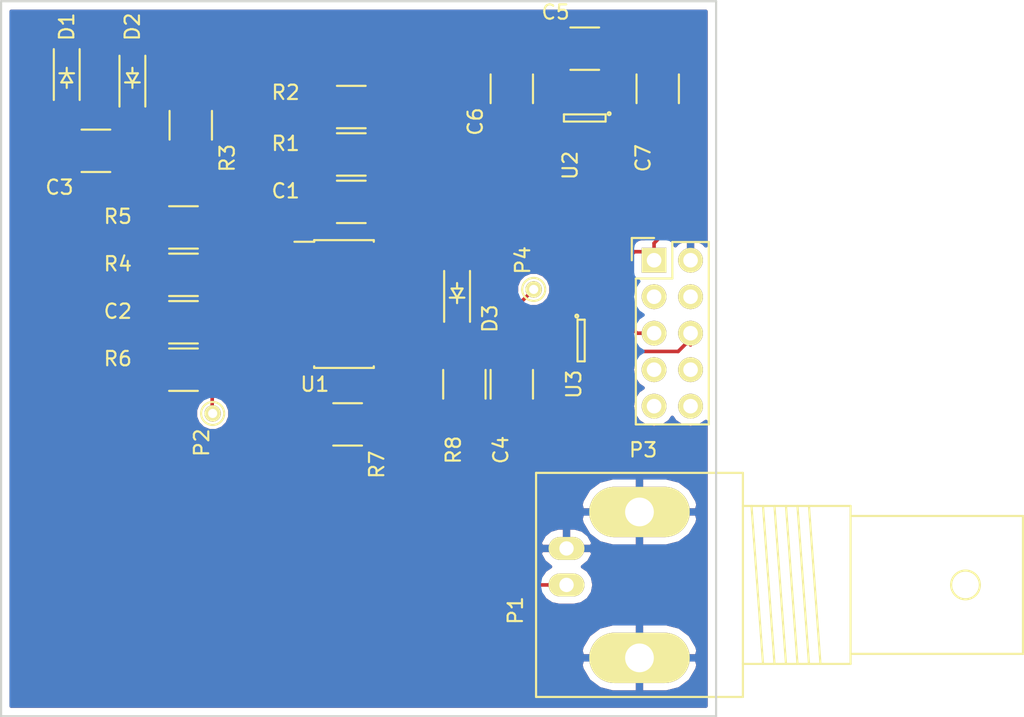
<source format=kicad_pcb>
(kicad_pcb (version 4) (host pcbnew "(2015-09-17 BZR 6202)-product")

  (general
    (links 51)
    (no_connects 1)
    (area 112.700999 53.231 184.201481 103.453001)
    (thickness 1.6)
    (drawings 4)
    (tracks 166)
    (zones 0)
    (modules 25)
    (nets 26)
  )

  (page A4)
  (layers
    (0 F.Cu signal)
    (31 B.Cu power hide)
    (33 F.Adhes user)
    (35 F.Paste user)
    (37 F.SilkS user)
    (39 F.Mask user)
    (40 Dwgs.User user)
    (41 Cmts.User user)
    (42 Eco1.User user)
    (43 Eco2.User user)
    (44 Edge.Cuts user)
    (45 Margin user)
    (47 F.CrtYd user)
    (49 F.Fab user)
  )

  (setup
    (last_trace_width 0.25)
    (trace_clearance 0.2)
    (zone_clearance 0.508)
    (zone_45_only no)
    (trace_min 0.2)
    (segment_width 0.2)
    (edge_width 0.15)
    (via_size 0.6)
    (via_drill 0.4)
    (via_min_size 0.4)
    (via_min_drill 0.3)
    (uvia_size 0.3)
    (uvia_drill 0.1)
    (uvias_allowed no)
    (uvia_min_size 0.2)
    (uvia_min_drill 0.1)
    (pcb_text_width 0.3)
    (pcb_text_size 1.5 1.5)
    (mod_edge_width 0.15)
    (mod_text_size 1 1)
    (mod_text_width 0.15)
    (pad_size 1.524 1.524)
    (pad_drill 0.762)
    (pad_to_mask_clearance 0.2)
    (aux_axis_origin 0 0)
    (visible_elements FFFFFF7F)
    (pcbplotparams
      (layerselection 0x01020_80000001)
      (usegerberextensions false)
      (excludeedgelayer true)
      (linewidth 0.100000)
      (plotframeref true)
      (viasonmask false)
      (mode 1)
      (useauxorigin false)
      (hpglpennumber 1)
      (hpglpenspeed 20)
      (hpglpendiameter 15)
      (hpglpenoverlay 2)
      (psnegative false)
      (psa4output false)
      (plotreference true)
      (plotvalue true)
      (plotinvisibletext false)
      (padsonsilk true)
      (subtractmaskfromsilk false)
      (outputformat 4)
      (mirror false)
      (drillshape 0)
      (scaleselection 1)
      (outputdirectory output/board))
  )

  (net 0 "")
  (net 1 "Net-(C1-Pad1)")
  (net 2 "Net-(C1-Pad2)")
  (net 3 "Net-(C2-Pad1)")
  (net 4 "Net-(C3-Pad1)")
  (net 5 "Net-(C3-Pad2)")
  (net 6 GND)
  (net 7 "Net-(D1-Pad1)")
  (net 8 "Net-(D3-Pad2)")
  (net 9 "Net-(P1-Pad1)")
  (net 10 "Net-(P2-Pad1)")
  (net 11 "Net-(R7-Pad1)")
  (net 12 +5V)
  (net 13 "Net-(U1-Pad12)")
  (net 14 -5V)
  (net 15 ECout)
  (net 16 "Net-(C5-Pad1)")
  (net 17 "Net-(C5-Pad2)")
  (net 18 "Net-(P3-Pad6)")
  (net 19 "Net-(P3-Pad5)")
  (net 20 "Net-(P3-Pad3)")
  (net 21 "Net-(P3-Pad4)")
  (net 22 "Net-(P3-Pad7)")
  (net 23 "Net-(P3-Pad8)")
  (net 24 "Net-(P3-Pad9)")
  (net 25 "Net-(P3-Pad10)")

  (net_class Default "This is the default net class."
    (clearance 0.2)
    (trace_width 0.25)
    (via_dia 0.6)
    (via_drill 0.4)
    (uvia_dia 0.3)
    (uvia_drill 0.1)
    (add_net +5V)
    (add_net -5V)
    (add_net ECout)
    (add_net GND)
    (add_net "Net-(C1-Pad1)")
    (add_net "Net-(C1-Pad2)")
    (add_net "Net-(C2-Pad1)")
    (add_net "Net-(C3-Pad1)")
    (add_net "Net-(C3-Pad2)")
    (add_net "Net-(C5-Pad1)")
    (add_net "Net-(C5-Pad2)")
    (add_net "Net-(D1-Pad1)")
    (add_net "Net-(D3-Pad2)")
    (add_net "Net-(P1-Pad1)")
    (add_net "Net-(P2-Pad1)")
    (add_net "Net-(P3-Pad10)")
    (add_net "Net-(P3-Pad3)")
    (add_net "Net-(P3-Pad4)")
    (add_net "Net-(P3-Pad5)")
    (add_net "Net-(P3-Pad6)")
    (add_net "Net-(P3-Pad7)")
    (add_net "Net-(P3-Pad8)")
    (add_net "Net-(P3-Pad9)")
    (add_net "Net-(R7-Pad1)")
    (add_net "Net-(U1-Pad12)")
  )

  (module Capacitors_SMD:C_1210_HandSoldering (layer F.Cu) (tedit 5601C8CC) (tstamp 5601B27C)
    (at 137.16 67.564)
    (descr "Capacitor SMD 1210, hand soldering")
    (tags "capacitor 1210")
    (path /55FEEBCE)
    (attr smd)
    (fp_text reference C1 (at -4.572 -0.762) (layer F.SilkS)
      (effects (font (size 1 1) (thickness 0.15)))
    )
    (fp_text value 100nF (at -5.842 0.762) (layer F.Fab)
      (effects (font (size 1 1) (thickness 0.15)))
    )
    (fp_line (start -3.3 -1.6) (end 3.3 -1.6) (layer F.CrtYd) (width 0.05))
    (fp_line (start -3.3 1.6) (end 3.3 1.6) (layer F.CrtYd) (width 0.05))
    (fp_line (start -3.3 -1.6) (end -3.3 1.6) (layer F.CrtYd) (width 0.05))
    (fp_line (start 3.3 -1.6) (end 3.3 1.6) (layer F.CrtYd) (width 0.05))
    (fp_line (start 1 -1.475) (end -1 -1.475) (layer F.SilkS) (width 0.15))
    (fp_line (start -1 1.475) (end 1 1.475) (layer F.SilkS) (width 0.15))
    (pad 1 smd rect (at -2 0) (size 2 2.5) (layers F.Cu F.Paste F.Mask)
      (net 1 "Net-(C1-Pad1)"))
    (pad 2 smd rect (at 2 0) (size 2 2.5) (layers F.Cu F.Paste F.Mask)
      (net 2 "Net-(C1-Pad2)"))
    (model Capacitors_SMD.3dshapes/C_1210_HandSoldering.wrl
      (at (xyz 0 0 0))
      (scale (xyz 1 1 1))
      (rotate (xyz 0 0 0))
    )
  )

  (module Capacitors_SMD:C_1210_HandSoldering (layer F.Cu) (tedit 5601C073) (tstamp 5601B282)
    (at 125.476 75.946)
    (descr "Capacitor SMD 1210, hand soldering")
    (tags "capacitor 1210")
    (path /55FEEC48)
    (attr smd)
    (fp_text reference C2 (at -4.572 -0.762) (layer F.SilkS)
      (effects (font (size 1 1) (thickness 0.15)))
    )
    (fp_text value 100nF (at -5.842 0.762) (layer F.Fab)
      (effects (font (size 1 1) (thickness 0.15)))
    )
    (fp_line (start -3.3 -1.6) (end 3.3 -1.6) (layer F.CrtYd) (width 0.05))
    (fp_line (start -3.3 1.6) (end 3.3 1.6) (layer F.CrtYd) (width 0.05))
    (fp_line (start -3.3 -1.6) (end -3.3 1.6) (layer F.CrtYd) (width 0.05))
    (fp_line (start 3.3 -1.6) (end 3.3 1.6) (layer F.CrtYd) (width 0.05))
    (fp_line (start 1 -1.475) (end -1 -1.475) (layer F.SilkS) (width 0.15))
    (fp_line (start -1 1.475) (end 1 1.475) (layer F.SilkS) (width 0.15))
    (pad 1 smd rect (at -2 0) (size 2 2.5) (layers F.Cu F.Paste F.Mask)
      (net 3 "Net-(C2-Pad1)"))
    (pad 2 smd rect (at 2 0) (size 2 2.5) (layers F.Cu F.Paste F.Mask)
      (net 1 "Net-(C1-Pad1)"))
    (model Capacitors_SMD.3dshapes/C_1210_HandSoldering.wrl
      (at (xyz 0 0 0))
      (scale (xyz 1 1 1))
      (rotate (xyz 0 0 0))
    )
  )

  (module Capacitors_SMD:C_1210_HandSoldering (layer F.Cu) (tedit 5601CAAE) (tstamp 5601B288)
    (at 119.38 64.008 180)
    (descr "Capacitor SMD 1210, hand soldering")
    (tags "capacitor 1210")
    (path /55FEED09)
    (attr smd)
    (fp_text reference C3 (at 2.54 -2.54 360) (layer F.SilkS)
      (effects (font (size 1 1) (thickness 0.15)))
    )
    (fp_text value 100nF (at -1.016 -2.54 360) (layer F.Fab)
      (effects (font (size 1 1) (thickness 0.15)))
    )
    (fp_line (start -3.3 -1.6) (end 3.3 -1.6) (layer F.CrtYd) (width 0.05))
    (fp_line (start -3.3 1.6) (end 3.3 1.6) (layer F.CrtYd) (width 0.05))
    (fp_line (start -3.3 -1.6) (end -3.3 1.6) (layer F.CrtYd) (width 0.05))
    (fp_line (start 3.3 -1.6) (end 3.3 1.6) (layer F.CrtYd) (width 0.05))
    (fp_line (start 1 -1.475) (end -1 -1.475) (layer F.SilkS) (width 0.15))
    (fp_line (start -1 1.475) (end 1 1.475) (layer F.SilkS) (width 0.15))
    (pad 1 smd rect (at -2 0 180) (size 2 2.5) (layers F.Cu F.Paste F.Mask)
      (net 4 "Net-(C3-Pad1)"))
    (pad 2 smd rect (at 2 0 180) (size 2 2.5) (layers F.Cu F.Paste F.Mask)
      (net 5 "Net-(C3-Pad2)"))
    (model Capacitors_SMD.3dshapes/C_1210_HandSoldering.wrl
      (at (xyz 0 0 0))
      (scale (xyz 1 1 1))
      (rotate (xyz 0 0 0))
    )
  )

  (module Capacitors_SMD:C_1210_HandSoldering (layer F.Cu) (tedit 5601C0FE) (tstamp 5601B28E)
    (at 148.336 80.264 270)
    (descr "Capacitor SMD 1210, hand soldering")
    (tags "capacitor 1210")
    (path /55FF0BDE)
    (attr smd)
    (fp_text reference C4 (at 4.572 0.762 270) (layer F.SilkS)
      (effects (font (size 1 1) (thickness 0.15)))
    )
    (fp_text value 1uF (at 5.08 -0.762 270) (layer F.Fab)
      (effects (font (size 1 1) (thickness 0.15)))
    )
    (fp_line (start -3.3 -1.6) (end 3.3 -1.6) (layer F.CrtYd) (width 0.05))
    (fp_line (start -3.3 1.6) (end 3.3 1.6) (layer F.CrtYd) (width 0.05))
    (fp_line (start -3.3 -1.6) (end -3.3 1.6) (layer F.CrtYd) (width 0.05))
    (fp_line (start 3.3 -1.6) (end 3.3 1.6) (layer F.CrtYd) (width 0.05))
    (fp_line (start 1 -1.475) (end -1 -1.475) (layer F.SilkS) (width 0.15))
    (fp_line (start -1 1.475) (end 1 1.475) (layer F.SilkS) (width 0.15))
    (pad 1 smd rect (at -2 0 270) (size 2 2.5) (layers F.Cu F.Paste F.Mask)
      (net 15 ECout))
    (pad 2 smd rect (at 2 0 270) (size 2 2.5) (layers F.Cu F.Paste F.Mask)
      (net 6 GND))
    (model Capacitors_SMD.3dshapes/C_1210_HandSoldering.wrl
      (at (xyz 0 0 0))
      (scale (xyz 1 1 1))
      (rotate (xyz 0 0 0))
    )
  )

  (module Capacitors_SMD:C_1210_HandSoldering (layer F.Cu) (tedit 5601CA1C) (tstamp 5601B294)
    (at 153.416 56.896 180)
    (descr "Capacitor SMD 1210, hand soldering")
    (tags "capacitor 1210")
    (path /5601A544)
    (attr smd)
    (fp_text reference C5 (at 2.032 2.54 180) (layer F.SilkS)
      (effects (font (size 1 1) (thickness 0.15)))
    )
    (fp_text value 1uF (at -1.016 2.54 180) (layer F.Fab)
      (effects (font (size 1 1) (thickness 0.15)))
    )
    (fp_line (start -3.3 -1.6) (end 3.3 -1.6) (layer F.CrtYd) (width 0.05))
    (fp_line (start -3.3 1.6) (end 3.3 1.6) (layer F.CrtYd) (width 0.05))
    (fp_line (start -3.3 -1.6) (end -3.3 1.6) (layer F.CrtYd) (width 0.05))
    (fp_line (start 3.3 -1.6) (end 3.3 1.6) (layer F.CrtYd) (width 0.05))
    (fp_line (start 1 -1.475) (end -1 -1.475) (layer F.SilkS) (width 0.15))
    (fp_line (start -1 1.475) (end 1 1.475) (layer F.SilkS) (width 0.15))
    (pad 1 smd rect (at -2 0 180) (size 2 2.5) (layers F.Cu F.Paste F.Mask)
      (net 16 "Net-(C5-Pad1)"))
    (pad 2 smd rect (at 2 0 180) (size 2 2.5) (layers F.Cu F.Paste F.Mask)
      (net 17 "Net-(C5-Pad2)"))
    (model Capacitors_SMD.3dshapes/C_1210_HandSoldering.wrl
      (at (xyz 0 0 0))
      (scale (xyz 1 1 1))
      (rotate (xyz 0 0 0))
    )
  )

  (module Diodes_SMD:SOD-123 (layer F.Cu) (tedit 5601C042) (tstamp 5601B29A)
    (at 117.348 58.928 270)
    (descr SOD-123)
    (tags SOD-123)
    (path /55FEED81)
    (attr smd)
    (fp_text reference D1 (at -3.556 0 270) (layer F.SilkS)
      (effects (font (size 1 1) (thickness 0.15)))
    )
    (fp_text value 1N4148 (at 0 2.1 270) (layer F.Fab)
      (effects (font (size 1 1) (thickness 0.15)))
    )
    (fp_line (start 0.3175 0) (end 0.6985 0) (layer F.SilkS) (width 0.15))
    (fp_line (start -0.6985 0) (end -0.3175 0) (layer F.SilkS) (width 0.15))
    (fp_line (start -0.3175 0) (end 0.3175 -0.381) (layer F.SilkS) (width 0.15))
    (fp_line (start 0.3175 -0.381) (end 0.3175 0.381) (layer F.SilkS) (width 0.15))
    (fp_line (start 0.3175 0.381) (end -0.3175 0) (layer F.SilkS) (width 0.15))
    (fp_line (start -0.3175 -0.508) (end -0.3175 0.508) (layer F.SilkS) (width 0.15))
    (fp_line (start -2.25 -1.05) (end 2.25 -1.05) (layer F.CrtYd) (width 0.05))
    (fp_line (start 2.25 -1.05) (end 2.25 1.05) (layer F.CrtYd) (width 0.05))
    (fp_line (start 2.25 1.05) (end -2.25 1.05) (layer F.CrtYd) (width 0.05))
    (fp_line (start -2.25 -1.05) (end -2.25 1.05) (layer F.CrtYd) (width 0.05))
    (fp_line (start -2 0.9) (end 1.54 0.9) (layer F.SilkS) (width 0.15))
    (fp_line (start -2 -0.9) (end 1.54 -0.9) (layer F.SilkS) (width 0.15))
    (pad 1 smd rect (at -1.635 0 270) (size 0.91 1.22) (layers F.Cu F.Paste F.Mask)
      (net 7 "Net-(D1-Pad1)"))
    (pad 2 smd rect (at 1.635 0 270) (size 0.91 1.22) (layers F.Cu F.Paste F.Mask)
      (net 5 "Net-(C3-Pad2)"))
  )

  (module Diodes_SMD:SOD-123 (layer F.Cu) (tedit 5601C04F) (tstamp 5601B2A0)
    (at 121.92 58.928 90)
    (descr SOD-123)
    (tags SOD-123)
    (path /55FEEE0B)
    (attr smd)
    (fp_text reference D2 (at 3.556 0 90) (layer F.SilkS)
      (effects (font (size 1 1) (thickness 0.15)))
    )
    (fp_text value 1N4148 (at 0.254 -2.286 90) (layer F.Fab)
      (effects (font (size 1 1) (thickness 0.15)))
    )
    (fp_line (start 0.3175 0) (end 0.6985 0) (layer F.SilkS) (width 0.15))
    (fp_line (start -0.6985 0) (end -0.3175 0) (layer F.SilkS) (width 0.15))
    (fp_line (start -0.3175 0) (end 0.3175 -0.381) (layer F.SilkS) (width 0.15))
    (fp_line (start 0.3175 -0.381) (end 0.3175 0.381) (layer F.SilkS) (width 0.15))
    (fp_line (start 0.3175 0.381) (end -0.3175 0) (layer F.SilkS) (width 0.15))
    (fp_line (start -0.3175 -0.508) (end -0.3175 0.508) (layer F.SilkS) (width 0.15))
    (fp_line (start -2.25 -1.05) (end 2.25 -1.05) (layer F.CrtYd) (width 0.05))
    (fp_line (start 2.25 -1.05) (end 2.25 1.05) (layer F.CrtYd) (width 0.05))
    (fp_line (start 2.25 1.05) (end -2.25 1.05) (layer F.CrtYd) (width 0.05))
    (fp_line (start -2.25 -1.05) (end -2.25 1.05) (layer F.CrtYd) (width 0.05))
    (fp_line (start -2 0.9) (end 1.54 0.9) (layer F.SilkS) (width 0.15))
    (fp_line (start -2 -0.9) (end 1.54 -0.9) (layer F.SilkS) (width 0.15))
    (pad 1 smd rect (at -1.635 0 90) (size 0.91 1.22) (layers F.Cu F.Paste F.Mask)
      (net 5 "Net-(C3-Pad2)"))
    (pad 2 smd rect (at 1.635 0 90) (size 0.91 1.22) (layers F.Cu F.Paste F.Mask)
      (net 7 "Net-(D1-Pad1)"))
  )

  (module Diodes_SMD:SOD-123 (layer F.Cu) (tedit 5601CA80) (tstamp 5601B2A6)
    (at 144.526 73.914 90)
    (descr SOD-123)
    (tags SOD-123)
    (path /55FF06FE)
    (attr smd)
    (fp_text reference D3 (at -1.778 2.286 90) (layer F.SilkS)
      (effects (font (size 1 1) (thickness 0.15)))
    )
    (fp_text value MBR0540TP (at 3.81 2.286 90) (layer F.Fab)
      (effects (font (size 1 1) (thickness 0.15)))
    )
    (fp_line (start 0.3175 0) (end 0.6985 0) (layer F.SilkS) (width 0.15))
    (fp_line (start -0.6985 0) (end -0.3175 0) (layer F.SilkS) (width 0.15))
    (fp_line (start -0.3175 0) (end 0.3175 -0.381) (layer F.SilkS) (width 0.15))
    (fp_line (start 0.3175 -0.381) (end 0.3175 0.381) (layer F.SilkS) (width 0.15))
    (fp_line (start 0.3175 0.381) (end -0.3175 0) (layer F.SilkS) (width 0.15))
    (fp_line (start -0.3175 -0.508) (end -0.3175 0.508) (layer F.SilkS) (width 0.15))
    (fp_line (start -2.25 -1.05) (end 2.25 -1.05) (layer F.CrtYd) (width 0.05))
    (fp_line (start 2.25 -1.05) (end 2.25 1.05) (layer F.CrtYd) (width 0.05))
    (fp_line (start 2.25 1.05) (end -2.25 1.05) (layer F.CrtYd) (width 0.05))
    (fp_line (start -2.25 -1.05) (end -2.25 1.05) (layer F.CrtYd) (width 0.05))
    (fp_line (start -2 0.9) (end 1.54 0.9) (layer F.SilkS) (width 0.15))
    (fp_line (start -2 -0.9) (end 1.54 -0.9) (layer F.SilkS) (width 0.15))
    (pad 1 smd rect (at -1.635 0 90) (size 0.91 1.22) (layers F.Cu F.Paste F.Mask)
      (net 15 ECout))
    (pad 2 smd rect (at 1.635 0 90) (size 0.91 1.22) (layers F.Cu F.Paste F.Mask)
      (net 8 "Net-(D3-Pad2)"))
  )

  (module Connect:PINTST (layer F.Cu) (tedit 5601C99C) (tstamp 5601B2B1)
    (at 127.508 82.296)
    (descr "module 1 pin (ou trou mecanique de percage)")
    (tags DEV)
    (path /55FF1E7C)
    (fp_text reference P2 (at -0.762 2.032 90) (layer F.SilkS)
      (effects (font (size 1 1) (thickness 0.15)))
    )
    (fp_text value OSC_out (at 0.762 4.318 90) (layer F.Fab)
      (effects (font (size 1 1) (thickness 0.15)))
    )
    (fp_circle (center 0 0) (end -0.254 -0.762) (layer F.SilkS) (width 0.15))
    (pad 1 thru_hole circle (at 0 0) (size 1.143 1.143) (drill 0.635) (layers *.Cu *.Mask F.SilkS)
      (net 10 "Net-(P2-Pad1)"))
    (model Connect.3dshapes/PINTST.wrl
      (at (xyz 0 0 0))
      (scale (xyz 1 1 1))
      (rotate (xyz 0 0 0))
    )
  )

  (module Pin_Headers:Pin_Header_Straight_2x05 (layer F.Cu) (tedit 5601C9EC) (tstamp 5601B2BF)
    (at 158.242 71.628)
    (descr "Through hole pin header")
    (tags "pin header")
    (path /5601DD35)
    (fp_text reference P3 (at -0.762 13.208) (layer F.SilkS)
      (effects (font (size 1 1) (thickness 0.15)))
    )
    (fp_text value UEXT (at 2.286 13.208) (layer F.Fab)
      (effects (font (size 1 1) (thickness 0.15)))
    )
    (fp_line (start -1.75 -1.75) (end -1.75 11.95) (layer F.CrtYd) (width 0.05))
    (fp_line (start 4.3 -1.75) (end 4.3 11.95) (layer F.CrtYd) (width 0.05))
    (fp_line (start -1.75 -1.75) (end 4.3 -1.75) (layer F.CrtYd) (width 0.05))
    (fp_line (start -1.75 11.95) (end 4.3 11.95) (layer F.CrtYd) (width 0.05))
    (fp_line (start 3.81 -1.27) (end 3.81 11.43) (layer F.SilkS) (width 0.15))
    (fp_line (start 3.81 11.43) (end -1.27 11.43) (layer F.SilkS) (width 0.15))
    (fp_line (start -1.27 11.43) (end -1.27 1.27) (layer F.SilkS) (width 0.15))
    (fp_line (start 3.81 -1.27) (end 1.27 -1.27) (layer F.SilkS) (width 0.15))
    (fp_line (start 0 -1.55) (end -1.55 -1.55) (layer F.SilkS) (width 0.15))
    (fp_line (start 1.27 -1.27) (end 1.27 1.27) (layer F.SilkS) (width 0.15))
    (fp_line (start 1.27 1.27) (end -1.27 1.27) (layer F.SilkS) (width 0.15))
    (fp_line (start -1.55 -1.55) (end -1.55 0) (layer F.SilkS) (width 0.15))
    (pad 1 thru_hole rect (at 0 0) (size 1.7272 1.7272) (drill 1.016) (layers *.Cu *.Mask F.SilkS)
      (net 12 +5V))
    (pad 2 thru_hole oval (at 2.54 0) (size 1.7272 1.7272) (drill 1.016) (layers *.Cu *.Mask F.SilkS)
      (net 6 GND))
    (pad 3 thru_hole oval (at 0 2.54) (size 1.7272 1.7272) (drill 1.016) (layers *.Cu *.Mask F.SilkS)
      (net 20 "Net-(P3-Pad3)"))
    (pad 4 thru_hole oval (at 2.54 2.54) (size 1.7272 1.7272) (drill 1.016) (layers *.Cu *.Mask F.SilkS)
      (net 21 "Net-(P3-Pad4)"))
    (pad 5 thru_hole oval (at 0 5.08) (size 1.7272 1.7272) (drill 1.016) (layers *.Cu *.Mask F.SilkS)
      (net 19 "Net-(P3-Pad5)"))
    (pad 6 thru_hole oval (at 2.54 5.08) (size 1.7272 1.7272) (drill 1.016) (layers *.Cu *.Mask F.SilkS)
      (net 18 "Net-(P3-Pad6)"))
    (pad 7 thru_hole oval (at 0 7.62) (size 1.7272 1.7272) (drill 1.016) (layers *.Cu *.Mask F.SilkS)
      (net 22 "Net-(P3-Pad7)"))
    (pad 8 thru_hole oval (at 2.54 7.62) (size 1.7272 1.7272) (drill 1.016) (layers *.Cu *.Mask F.SilkS)
      (net 23 "Net-(P3-Pad8)"))
    (pad 9 thru_hole oval (at 0 10.16) (size 1.7272 1.7272) (drill 1.016) (layers *.Cu *.Mask F.SilkS)
      (net 24 "Net-(P3-Pad9)"))
    (pad 10 thru_hole oval (at 2.54 10.16) (size 1.7272 1.7272) (drill 1.016) (layers *.Cu *.Mask F.SilkS)
      (net 25 "Net-(P3-Pad10)"))
    (model Pin_Headers.3dshapes/Pin_Header_Straight_2x05.wrl
      (at (xyz 0.05 -0.2 0))
      (scale (xyz 1 1 1))
      (rotate (xyz 0 0 90))
    )
  )

  (module Connect:PINTST (layer F.Cu) (tedit 5601C887) (tstamp 5601B2C4)
    (at 149.86 73.66)
    (descr "module 1 pin (ou trou mecanique de percage)")
    (tags DEV)
    (path /55FF1BBB)
    (fp_text reference P4 (at -0.762 -2.032 90) (layer F.SilkS)
      (effects (font (size 1 1) (thickness 0.15)))
    )
    (fp_text value EC_V_out (at 0.762 -4.318 90) (layer F.Fab)
      (effects (font (size 1 1) (thickness 0.15)))
    )
    (fp_circle (center 0 0) (end -0.254 -0.762) (layer F.SilkS) (width 0.15))
    (pad 1 thru_hole circle (at 0 0) (size 1.143 1.143) (drill 0.635) (layers *.Cu *.Mask F.SilkS)
      (net 15 ECout))
    (model Connect.3dshapes/PINTST.wrl
      (at (xyz 0 0 0))
      (scale (xyz 1 1 1))
      (rotate (xyz 0 0 0))
    )
  )

  (module Resistors_SMD:R_1210_HandSoldering (layer F.Cu) (tedit 5601C8C8) (tstamp 5601B2CA)
    (at 137.16 64.262)
    (descr "Resistor SMD 1210, hand soldering")
    (tags "resistor 1210")
    (path /55FEEA8B)
    (attr smd)
    (fp_text reference R1 (at -4.572 -0.762) (layer F.SilkS)
      (effects (font (size 1 1) (thickness 0.15)))
    )
    (fp_text value 1k (at -4.572 0.762) (layer F.Fab)
      (effects (font (size 1 1) (thickness 0.15)))
    )
    (fp_line (start -3.3 -1.6) (end 3.3 -1.6) (layer F.CrtYd) (width 0.05))
    (fp_line (start -3.3 1.6) (end 3.3 1.6) (layer F.CrtYd) (width 0.05))
    (fp_line (start -3.3 -1.6) (end -3.3 1.6) (layer F.CrtYd) (width 0.05))
    (fp_line (start 3.3 -1.6) (end 3.3 1.6) (layer F.CrtYd) (width 0.05))
    (fp_line (start 1 1.475) (end -1 1.475) (layer F.SilkS) (width 0.15))
    (fp_line (start -1 -1.475) (end 1 -1.475) (layer F.SilkS) (width 0.15))
    (pad 1 smd rect (at -2 0) (size 2 2.5) (layers F.Cu F.Paste F.Mask)
      (net 1 "Net-(C1-Pad1)"))
    (pad 2 smd rect (at 2 0) (size 2 2.5) (layers F.Cu F.Paste F.Mask)
      (net 6 GND))
    (model Resistors_SMD.3dshapes/R_1210_HandSoldering.wrl
      (at (xyz 0 0 0))
      (scale (xyz 1 1 1))
      (rotate (xyz 0 0 0))
    )
  )

  (module Resistors_SMD:R_1210_HandSoldering (layer F.Cu) (tedit 5601C8B7) (tstamp 5601B2D0)
    (at 137.16 60.96)
    (descr "Resistor SMD 1210, hand soldering")
    (tags "resistor 1210")
    (path /55FEEB03)
    (attr smd)
    (fp_text reference R2 (at -4.572 -1.016) (layer F.SilkS)
      (effects (font (size 1 1) (thickness 0.15)))
    )
    (fp_text value 22k (at -4.826 0.762) (layer F.Fab)
      (effects (font (size 1 1) (thickness 0.15)))
    )
    (fp_line (start -3.3 -1.6) (end 3.3 -1.6) (layer F.CrtYd) (width 0.05))
    (fp_line (start -3.3 1.6) (end 3.3 1.6) (layer F.CrtYd) (width 0.05))
    (fp_line (start -3.3 -1.6) (end -3.3 1.6) (layer F.CrtYd) (width 0.05))
    (fp_line (start 3.3 -1.6) (end 3.3 1.6) (layer F.CrtYd) (width 0.05))
    (fp_line (start 1 1.475) (end -1 1.475) (layer F.SilkS) (width 0.15))
    (fp_line (start -1 -1.475) (end 1 -1.475) (layer F.SilkS) (width 0.15))
    (pad 1 smd rect (at -2 0) (size 2 2.5) (layers F.Cu F.Paste F.Mask)
      (net 7 "Net-(D1-Pad1)"))
    (pad 2 smd rect (at 2 0) (size 2 2.5) (layers F.Cu F.Paste F.Mask)
      (net 2 "Net-(C1-Pad2)"))
    (model Resistors_SMD.3dshapes/R_1210_HandSoldering.wrl
      (at (xyz 0 0 0))
      (scale (xyz 1 1 1))
      (rotate (xyz 0 0 0))
    )
  )

  (module Resistors_SMD:R_1210_HandSoldering (layer F.Cu) (tedit 5601CA8E) (tstamp 5601B2D6)
    (at 125.984 62.23 90)
    (descr "Resistor SMD 1210, hand soldering")
    (tags "resistor 1210")
    (path /55FEECA4)
    (attr smd)
    (fp_text reference R3 (at -2.286 2.54 90) (layer F.SilkS)
      (effects (font (size 1 1) (thickness 0.15)))
    )
    (fp_text value 22k (at 0.762 2.54 90) (layer F.Fab)
      (effects (font (size 1 1) (thickness 0.15)))
    )
    (fp_line (start -3.3 -1.6) (end 3.3 -1.6) (layer F.CrtYd) (width 0.05))
    (fp_line (start -3.3 1.6) (end 3.3 1.6) (layer F.CrtYd) (width 0.05))
    (fp_line (start -3.3 -1.6) (end -3.3 1.6) (layer F.CrtYd) (width 0.05))
    (fp_line (start 3.3 -1.6) (end 3.3 1.6) (layer F.CrtYd) (width 0.05))
    (fp_line (start 1 1.475) (end -1 1.475) (layer F.SilkS) (width 0.15))
    (fp_line (start -1 -1.475) (end 1 -1.475) (layer F.SilkS) (width 0.15))
    (pad 1 smd rect (at -2 0 90) (size 2 2.5) (layers F.Cu F.Paste F.Mask)
      (net 4 "Net-(C3-Pad1)"))
    (pad 2 smd rect (at 2 0 90) (size 2 2.5) (layers F.Cu F.Paste F.Mask)
      (net 7 "Net-(D1-Pad1)"))
    (model Resistors_SMD.3dshapes/R_1210_HandSoldering.wrl
      (at (xyz 0 0 0))
      (scale (xyz 1 1 1))
      (rotate (xyz 0 0 0))
    )
  )

  (module Resistors_SMD:R_1210_HandSoldering (layer F.Cu) (tedit 5601C084) (tstamp 5601B2DC)
    (at 125.476 72.644 180)
    (descr "Resistor SMD 1210, hand soldering")
    (tags "resistor 1210")
    (path /55FEEB43)
    (attr smd)
    (fp_text reference R4 (at 4.572 0.762 180) (layer F.SilkS)
      (effects (font (size 1 1) (thickness 0.15)))
    )
    (fp_text value 1k (at 4.318 -0.762 180) (layer F.Fab)
      (effects (font (size 1 1) (thickness 0.15)))
    )
    (fp_line (start -3.3 -1.6) (end 3.3 -1.6) (layer F.CrtYd) (width 0.05))
    (fp_line (start -3.3 1.6) (end 3.3 1.6) (layer F.CrtYd) (width 0.05))
    (fp_line (start -3.3 -1.6) (end -3.3 1.6) (layer F.CrtYd) (width 0.05))
    (fp_line (start 3.3 -1.6) (end 3.3 1.6) (layer F.CrtYd) (width 0.05))
    (fp_line (start 1 1.475) (end -1 1.475) (layer F.SilkS) (width 0.15))
    (fp_line (start -1 -1.475) (end 1 -1.475) (layer F.SilkS) (width 0.15))
    (pad 1 smd rect (at -2 0 180) (size 2 2.5) (layers F.Cu F.Paste F.Mask)
      (net 4 "Net-(C3-Pad1)"))
    (pad 2 smd rect (at 2 0 180) (size 2 2.5) (layers F.Cu F.Paste F.Mask)
      (net 3 "Net-(C2-Pad1)"))
    (model Resistors_SMD.3dshapes/R_1210_HandSoldering.wrl
      (at (xyz 0 0 0))
      (scale (xyz 1 1 1))
      (rotate (xyz 0 0 0))
    )
  )

  (module Resistors_SMD:R_1210_HandSoldering (layer F.Cu) (tedit 5601C082) (tstamp 5601B2E2)
    (at 125.476 69.342 180)
    (descr "Resistor SMD 1210, hand soldering")
    (tags "resistor 1210")
    (path /55FEEB8E)
    (attr smd)
    (fp_text reference R5 (at 4.572 0.762 180) (layer F.SilkS)
      (effects (font (size 1 1) (thickness 0.15)))
    )
    (fp_text value 1k (at 4.318 -0.762 180) (layer F.Fab)
      (effects (font (size 1 1) (thickness 0.15)))
    )
    (fp_line (start -3.3 -1.6) (end 3.3 -1.6) (layer F.CrtYd) (width 0.05))
    (fp_line (start -3.3 1.6) (end 3.3 1.6) (layer F.CrtYd) (width 0.05))
    (fp_line (start -3.3 -1.6) (end -3.3 1.6) (layer F.CrtYd) (width 0.05))
    (fp_line (start 3.3 -1.6) (end 3.3 1.6) (layer F.CrtYd) (width 0.05))
    (fp_line (start 1 1.475) (end -1 1.475) (layer F.SilkS) (width 0.15))
    (fp_line (start -1 -1.475) (end 1 -1.475) (layer F.SilkS) (width 0.15))
    (pad 1 smd rect (at -2 0 180) (size 2 2.5) (layers F.Cu F.Paste F.Mask)
      (net 10 "Net-(P2-Pad1)"))
    (pad 2 smd rect (at 2 0 180) (size 2 2.5) (layers F.Cu F.Paste F.Mask)
      (net 4 "Net-(C3-Pad1)"))
    (model Resistors_SMD.3dshapes/R_1210_HandSoldering.wrl
      (at (xyz 0 0 0))
      (scale (xyz 1 1 1))
      (rotate (xyz 0 0 0))
    )
  )

  (module Resistors_SMD:R_1210_HandSoldering (layer F.Cu) (tedit 5601C08C) (tstamp 5601B2E8)
    (at 125.476 79.248 180)
    (descr "Resistor SMD 1210, hand soldering")
    (tags "resistor 1210")
    (path /55FEFA19)
    (attr smd)
    (fp_text reference R6 (at 4.572 0.762 180) (layer F.SilkS)
      (effects (font (size 1 1) (thickness 0.15)))
    )
    (fp_text value 1k (at 4.572 -0.762 180) (layer F.Fab)
      (effects (font (size 1 1) (thickness 0.15)))
    )
    (fp_line (start -3.3 -1.6) (end 3.3 -1.6) (layer F.CrtYd) (width 0.05))
    (fp_line (start -3.3 1.6) (end 3.3 1.6) (layer F.CrtYd) (width 0.05))
    (fp_line (start -3.3 -1.6) (end -3.3 1.6) (layer F.CrtYd) (width 0.05))
    (fp_line (start 3.3 -1.6) (end 3.3 1.6) (layer F.CrtYd) (width 0.05))
    (fp_line (start 1 1.475) (end -1 1.475) (layer F.SilkS) (width 0.15))
    (fp_line (start -1 -1.475) (end 1 -1.475) (layer F.SilkS) (width 0.15))
    (pad 1 smd rect (at -2 0 180) (size 2 2.5) (layers F.Cu F.Paste F.Mask)
      (net 10 "Net-(P2-Pad1)"))
    (pad 2 smd rect (at 2 0 180) (size 2 2.5) (layers F.Cu F.Paste F.Mask)
      (net 6 GND))
    (model Resistors_SMD.3dshapes/R_1210_HandSoldering.wrl
      (at (xyz 0 0 0))
      (scale (xyz 1 1 1))
      (rotate (xyz 0 0 0))
    )
  )

  (module Resistors_SMD:R_1210_HandSoldering (layer F.Cu) (tedit 5601C0C5) (tstamp 5601B2EE)
    (at 136.906 83.058 180)
    (descr "Resistor SMD 1210, hand soldering")
    (tags "resistor 1210")
    (path /55FEFC62)
    (attr smd)
    (fp_text reference R7 (at -2.032 -2.794 270) (layer F.SilkS)
      (effects (font (size 1 1) (thickness 0.15)))
    )
    (fp_text value 1k (at -0.254 -2.54 270) (layer F.Fab)
      (effects (font (size 1 1) (thickness 0.15)))
    )
    (fp_line (start -3.3 -1.6) (end 3.3 -1.6) (layer F.CrtYd) (width 0.05))
    (fp_line (start -3.3 1.6) (end 3.3 1.6) (layer F.CrtYd) (width 0.05))
    (fp_line (start -3.3 -1.6) (end -3.3 1.6) (layer F.CrtYd) (width 0.05))
    (fp_line (start 3.3 -1.6) (end 3.3 1.6) (layer F.CrtYd) (width 0.05))
    (fp_line (start 1 1.475) (end -1 1.475) (layer F.SilkS) (width 0.15))
    (fp_line (start -1 -1.475) (end 1 -1.475) (layer F.SilkS) (width 0.15))
    (pad 1 smd rect (at -2 0 180) (size 2 2.5) (layers F.Cu F.Paste F.Mask)
      (net 11 "Net-(R7-Pad1)"))
    (pad 2 smd rect (at 2 0 180) (size 2 2.5) (layers F.Cu F.Paste F.Mask)
      (net 9 "Net-(P1-Pad1)"))
    (model Resistors_SMD.3dshapes/R_1210_HandSoldering.wrl
      (at (xyz 0 0 0))
      (scale (xyz 1 1 1))
      (rotate (xyz 0 0 0))
    )
  )

  (module Resistors_SMD:R_1210_HandSoldering (layer F.Cu) (tedit 5601C101) (tstamp 5601B2F4)
    (at 145.034 80.264 270)
    (descr "Resistor SMD 1210, hand soldering")
    (tags "resistor 1210")
    (path /55FF0BD8)
    (attr smd)
    (fp_text reference R8 (at 4.572 0.762 270) (layer F.SilkS)
      (effects (font (size 1 1) (thickness 0.15)))
    )
    (fp_text value 10k (at 5.08 -0.762 270) (layer F.Fab)
      (effects (font (size 1 1) (thickness 0.15)))
    )
    (fp_line (start -3.3 -1.6) (end 3.3 -1.6) (layer F.CrtYd) (width 0.05))
    (fp_line (start -3.3 1.6) (end 3.3 1.6) (layer F.CrtYd) (width 0.05))
    (fp_line (start -3.3 -1.6) (end -3.3 1.6) (layer F.CrtYd) (width 0.05))
    (fp_line (start 3.3 -1.6) (end 3.3 1.6) (layer F.CrtYd) (width 0.05))
    (fp_line (start 1 1.475) (end -1 1.475) (layer F.SilkS) (width 0.15))
    (fp_line (start -1 -1.475) (end 1 -1.475) (layer F.SilkS) (width 0.15))
    (pad 1 smd rect (at -2 0 270) (size 2 2.5) (layers F.Cu F.Paste F.Mask)
      (net 15 ECout))
    (pad 2 smd rect (at 2 0 270) (size 2 2.5) (layers F.Cu F.Paste F.Mask)
      (net 6 GND))
    (model Resistors_SMD.3dshapes/R_1210_HandSoldering.wrl
      (at (xyz 0 0 0))
      (scale (xyz 1 1 1))
      (rotate (xyz 0 0 0))
    )
  )

  (module Housings_SOIC:SOIC-14_3.9x8.7mm_Pitch1.27mm (layer F.Cu) (tedit 5601C9AC) (tstamp 5601B306)
    (at 136.652 74.676)
    (descr "14-Lead Plastic Small Outline (SL) - Narrow, 3.90 mm Body [SOIC] (see Microchip Packaging Specification 00000049BS.pdf)")
    (tags "SOIC 1.27")
    (path /55FEEE53)
    (attr smd)
    (fp_text reference U1 (at -2.032 5.588) (layer F.SilkS)
      (effects (font (size 1 1) (thickness 0.15)))
    )
    (fp_text value TL074 (at 1.778 5.588) (layer F.Fab)
      (effects (font (size 1 1) (thickness 0.15)))
    )
    (fp_line (start -3.7 -4.65) (end -3.7 4.65) (layer F.CrtYd) (width 0.05))
    (fp_line (start 3.7 -4.65) (end 3.7 4.65) (layer F.CrtYd) (width 0.05))
    (fp_line (start -3.7 -4.65) (end 3.7 -4.65) (layer F.CrtYd) (width 0.05))
    (fp_line (start -3.7 4.65) (end 3.7 4.65) (layer F.CrtYd) (width 0.05))
    (fp_line (start -2.075 -4.45) (end -2.075 -4.335) (layer F.SilkS) (width 0.15))
    (fp_line (start 2.075 -4.45) (end 2.075 -4.335) (layer F.SilkS) (width 0.15))
    (fp_line (start 2.075 4.45) (end 2.075 4.335) (layer F.SilkS) (width 0.15))
    (fp_line (start -2.075 4.45) (end -2.075 4.335) (layer F.SilkS) (width 0.15))
    (fp_line (start -2.075 -4.45) (end 2.075 -4.45) (layer F.SilkS) (width 0.15))
    (fp_line (start -2.075 4.45) (end 2.075 4.45) (layer F.SilkS) (width 0.15))
    (fp_line (start -2.075 -4.335) (end -3.45 -4.335) (layer F.SilkS) (width 0.15))
    (pad 1 smd rect (at -2.7 -3.81) (size 1.5 0.6) (layers F.Cu F.Paste F.Mask)
      (net 4 "Net-(C3-Pad1)"))
    (pad 2 smd rect (at -2.7 -2.54) (size 1.5 0.6) (layers F.Cu F.Paste F.Mask)
      (net 7 "Net-(D1-Pad1)"))
    (pad 3 smd rect (at -2.7 -1.27) (size 1.5 0.6) (layers F.Cu F.Paste F.Mask)
      (net 1 "Net-(C1-Pad1)"))
    (pad 4 smd rect (at -2.7 0) (size 1.5 0.6) (layers F.Cu F.Paste F.Mask)
      (net 12 +5V))
    (pad 5 smd rect (at -2.7 1.27) (size 1.5 0.6) (layers F.Cu F.Paste F.Mask)
      (net 10 "Net-(P2-Pad1)"))
    (pad 6 smd rect (at -2.7 2.54) (size 1.5 0.6) (layers F.Cu F.Paste F.Mask)
      (net 9 "Net-(P1-Pad1)"))
    (pad 7 smd rect (at -2.7 3.81) (size 1.5 0.6) (layers F.Cu F.Paste F.Mask)
      (net 11 "Net-(R7-Pad1)"))
    (pad 8 smd rect (at 2.7 3.81) (size 1.5 0.6) (layers F.Cu F.Paste F.Mask)
      (net 13 "Net-(U1-Pad12)"))
    (pad 9 smd rect (at 2.7 2.54) (size 1.5 0.6) (layers F.Cu F.Paste F.Mask)
      (net 13 "Net-(U1-Pad12)"))
    (pad 10 smd rect (at 2.7 1.27) (size 1.5 0.6) (layers F.Cu F.Paste F.Mask)
      (net 11 "Net-(R7-Pad1)"))
    (pad 11 smd rect (at 2.7 0) (size 1.5 0.6) (layers F.Cu F.Paste F.Mask)
      (net 14 -5V))
    (pad 12 smd rect (at 2.7 -1.27) (size 1.5 0.6) (layers F.Cu F.Paste F.Mask)
      (net 13 "Net-(U1-Pad12)"))
    (pad 13 smd rect (at 2.7 -2.54) (size 1.5 0.6) (layers F.Cu F.Paste F.Mask)
      (net 15 ECout))
    (pad 14 smd rect (at 2.7 -3.81) (size 1.5 0.6) (layers F.Cu F.Paste F.Mask)
      (net 8 "Net-(D3-Pad2)"))
    (model Housings_SOIC.3dshapes/SOIC-14_3.9x8.7mm_Pitch1.27mm.wrl
      (at (xyz 0 0 0))
      (scale (xyz 1 1 1))
      (rotate (xyz 0 0 0))
    )
  )

  (module Housings_SOT-23_SOT-143_TSOT-6:SOT-23-5 (layer F.Cu) (tedit 5601CA0A) (tstamp 5601B30F)
    (at 153.416 61.722 270)
    (descr "5-pin SOT23 package")
    (tags SOT-23-5)
    (path /5601B6EB)
    (attr smd)
    (fp_text reference U2 (at 3.302 1.016 270) (layer F.SilkS)
      (effects (font (size 1 1) (thickness 0.15)))
    )
    (fp_text value TPS60400 (at 5.842 -0.508 270) (layer F.Fab)
      (effects (font (size 1 1) (thickness 0.15)))
    )
    (fp_line (start -1.8 -1.6) (end 1.8 -1.6) (layer F.CrtYd) (width 0.05))
    (fp_line (start 1.8 -1.6) (end 1.8 1.6) (layer F.CrtYd) (width 0.05))
    (fp_line (start 1.8 1.6) (end -1.8 1.6) (layer F.CrtYd) (width 0.05))
    (fp_line (start -1.8 1.6) (end -1.8 -1.6) (layer F.CrtYd) (width 0.05))
    (fp_circle (center -0.3 -1.7) (end -0.2 -1.7) (layer F.SilkS) (width 0.15))
    (fp_line (start 0.25 -1.45) (end -0.25 -1.45) (layer F.SilkS) (width 0.15))
    (fp_line (start 0.25 1.45) (end 0.25 -1.45) (layer F.SilkS) (width 0.15))
    (fp_line (start -0.25 1.45) (end 0.25 1.45) (layer F.SilkS) (width 0.15))
    (fp_line (start -0.25 -1.45) (end -0.25 1.45) (layer F.SilkS) (width 0.15))
    (pad 1 smd rect (at -1.1 -0.95 270) (size 1.06 0.65) (layers F.Cu F.Paste F.Mask)
      (net 14 -5V))
    (pad 2 smd rect (at -1.1 0 270) (size 1.06 0.65) (layers F.Cu F.Paste F.Mask)
      (net 12 +5V))
    (pad 3 smd rect (at -1.1 0.95 270) (size 1.06 0.65) (layers F.Cu F.Paste F.Mask)
      (net 17 "Net-(C5-Pad2)"))
    (pad 4 smd rect (at 1.1 0.95 270) (size 1.06 0.65) (layers F.Cu F.Paste F.Mask)
      (net 6 GND))
    (pad 5 smd rect (at 1.1 -0.95 270) (size 1.06 0.65) (layers F.Cu F.Paste F.Mask)
      (net 16 "Net-(C5-Pad1)"))
    (model Housings_SOT-23_SOT-143_TSOT-6.3dshapes/SOT-23-5.wrl
      (at (xyz 0 0 0))
      (scale (xyz 0.11 0.11 0.11))
      (rotate (xyz 0 0 90))
    )
  )

  (module Housings_SOT-23_SOT-143_TSOT-6:SOT-23-5 (layer F.Cu) (tedit 5601C9F7) (tstamp 5601B318)
    (at 153.162 77.216)
    (descr "5-pin SOT23 package")
    (tags SOT-23-5)
    (path /5601B20F)
    (attr smd)
    (fp_text reference U3 (at -0.508 3.048 90) (layer F.SilkS)
      (effects (font (size 1 1) (thickness 0.15)))
    )
    (fp_text value MCP3221 (at 1.016 5.588 90) (layer F.Fab)
      (effects (font (size 1 1) (thickness 0.15)))
    )
    (fp_line (start -1.8 -1.6) (end 1.8 -1.6) (layer F.CrtYd) (width 0.05))
    (fp_line (start 1.8 -1.6) (end 1.8 1.6) (layer F.CrtYd) (width 0.05))
    (fp_line (start 1.8 1.6) (end -1.8 1.6) (layer F.CrtYd) (width 0.05))
    (fp_line (start -1.8 1.6) (end -1.8 -1.6) (layer F.CrtYd) (width 0.05))
    (fp_circle (center -0.3 -1.7) (end -0.2 -1.7) (layer F.SilkS) (width 0.15))
    (fp_line (start 0.25 -1.45) (end -0.25 -1.45) (layer F.SilkS) (width 0.15))
    (fp_line (start 0.25 1.45) (end 0.25 -1.45) (layer F.SilkS) (width 0.15))
    (fp_line (start -0.25 1.45) (end 0.25 1.45) (layer F.SilkS) (width 0.15))
    (fp_line (start -0.25 -1.45) (end -0.25 1.45) (layer F.SilkS) (width 0.15))
    (pad 1 smd rect (at -1.1 -0.95) (size 1.06 0.65) (layers F.Cu F.Paste F.Mask)
      (net 12 +5V))
    (pad 2 smd rect (at -1.1 0) (size 1.06 0.65) (layers F.Cu F.Paste F.Mask)
      (net 6 GND))
    (pad 3 smd rect (at -1.1 0.95) (size 1.06 0.65) (layers F.Cu F.Paste F.Mask)
      (net 15 ECout))
    (pad 4 smd rect (at 1.1 0.95) (size 1.06 0.65) (layers F.Cu F.Paste F.Mask)
      (net 18 "Net-(P3-Pad6)"))
    (pad 5 smd rect (at 1.1 -0.95) (size 1.06 0.65) (layers F.Cu F.Paste F.Mask)
      (net 19 "Net-(P3-Pad5)"))
    (model Housings_SOT-23_SOT-143_TSOT-6.3dshapes/SOT-23-5.wrl
      (at (xyz 0 0 0))
      (scale (xyz 0.11 0.11 0.11))
      (rotate (xyz 0 0 90))
    )
  )

  (module Capacitors_SMD:C_1210_HandSoldering (layer F.Cu) (tedit 5601CA21) (tstamp 5601B415)
    (at 148.336 59.69 90)
    (descr "Capacitor SMD 1210, hand soldering")
    (tags "capacitor 1210")
    (path /5601B550)
    (attr smd)
    (fp_text reference C6 (at -2.286 -2.54 90) (layer F.SilkS)
      (effects (font (size 1 1) (thickness 0.15)))
    )
    (fp_text value 1uF (at 1.27 -2.54 90) (layer F.Fab)
      (effects (font (size 1 1) (thickness 0.15)))
    )
    (fp_line (start -3.3 -1.6) (end 3.3 -1.6) (layer F.CrtYd) (width 0.05))
    (fp_line (start -3.3 1.6) (end 3.3 1.6) (layer F.CrtYd) (width 0.05))
    (fp_line (start -3.3 -1.6) (end -3.3 1.6) (layer F.CrtYd) (width 0.05))
    (fp_line (start 3.3 -1.6) (end 3.3 1.6) (layer F.CrtYd) (width 0.05))
    (fp_line (start 1 -1.475) (end -1 -1.475) (layer F.SilkS) (width 0.15))
    (fp_line (start -1 1.475) (end 1 1.475) (layer F.SilkS) (width 0.15))
    (pad 1 smd rect (at -2 0 90) (size 2 2.5) (layers F.Cu F.Paste F.Mask)
      (net 6 GND))
    (pad 2 smd rect (at 2 0 90) (size 2 2.5) (layers F.Cu F.Paste F.Mask)
      (net 12 +5V))
    (model Capacitors_SMD.3dshapes/C_1210_HandSoldering.wrl
      (at (xyz 0 0 0))
      (scale (xyz 1 1 1))
      (rotate (xyz 0 0 0))
    )
  )

  (module Capacitors_SMD:C_1210_HandSoldering (layer F.Cu) (tedit 5601CA12) (tstamp 5601B41B)
    (at 158.496 59.69 90)
    (descr "Capacitor SMD 1210, hand soldering")
    (tags "capacitor 1210")
    (path /5601B8AF)
    (attr smd)
    (fp_text reference C7 (at -4.826 -1.016 90) (layer F.SilkS)
      (effects (font (size 1 1) (thickness 0.15)))
    )
    (fp_text value 1uF (at -5.334 0.508 90) (layer F.Fab)
      (effects (font (size 1 1) (thickness 0.15)))
    )
    (fp_line (start -3.3 -1.6) (end 3.3 -1.6) (layer F.CrtYd) (width 0.05))
    (fp_line (start -3.3 1.6) (end 3.3 1.6) (layer F.CrtYd) (width 0.05))
    (fp_line (start -3.3 -1.6) (end -3.3 1.6) (layer F.CrtYd) (width 0.05))
    (fp_line (start 3.3 -1.6) (end 3.3 1.6) (layer F.CrtYd) (width 0.05))
    (fp_line (start 1 -1.475) (end -1 -1.475) (layer F.SilkS) (width 0.15))
    (fp_line (start -1 1.475) (end 1 1.475) (layer F.SilkS) (width 0.15))
    (pad 1 smd rect (at -2 0 90) (size 2 2.5) (layers F.Cu F.Paste F.Mask)
      (net 6 GND))
    (pad 2 smd rect (at 2 0 90) (size 2 2.5) (layers F.Cu F.Paste F.Mask)
      (net 14 -5V))
    (model Capacitors_SMD.3dshapes/C_1210_HandSoldering.wrl
      (at (xyz 0 0 0))
      (scale (xyz 1 1 1))
      (rotate (xyz 0 0 0))
    )
  )

  (module ec-hardware-footprints:BNC_Socket_AMPHENOL_LargePads (layer F.Cu) (tedit 5601C97F) (tstamp 5601C8E1)
    (at 157.226 94.234 270)
    (descr "BNC Socket AMPHENOL")
    (tags "BNC Socket AMPHENOL")
    (path /55FF00E1)
    (fp_text reference P1 (at 1.778 8.636 270) (layer F.SilkS)
      (effects (font (size 1 1) (thickness 0.15)))
    )
    (fp_text value BNC (at 4.826 8.636 450) (layer F.Fab)
      (effects (font (size 1 1) (thickness 0.15)))
    )
    (fp_line (start -5.4991 -11.80084) (end 5.4991 -12.60094) (layer F.SilkS) (width 0.15))
    (fp_line (start -5.4991 -11.00074) (end 5.4991 -11.80084) (layer F.SilkS) (width 0.15))
    (fp_line (start -5.4991 -10.20064) (end 5.4991 -11.00074) (layer F.SilkS) (width 0.15))
    (fp_line (start -5.4991 -9.40054) (end 5.4991 -10.20064) (layer F.SilkS) (width 0.15))
    (fp_line (start -5.4991 -8.60044) (end 5.4991 -9.40054) (layer F.SilkS) (width 0.15))
    (fp_line (start -5.4991 -7.80034) (end 5.4991 -8.60044) (layer F.SilkS) (width 0.15))
    (fp_circle (center 0 -22.69998) (end 1.00076 -22.69998) (layer F.SilkS) (width 0.15))
    (fp_line (start 4.8006 -14.69898) (end 4.8006 -26.70048) (layer F.SilkS) (width 0.15))
    (fp_line (start 4.8006 -26.70048) (end -4.8006 -26.70048) (layer F.SilkS) (width 0.15))
    (fp_line (start -4.8006 -26.70048) (end -4.8006 -14.69898) (layer F.SilkS) (width 0.15))
    (fp_line (start 5.4991 -7.2009) (end 5.4991 -14.69898) (layer F.SilkS) (width 0.15))
    (fp_line (start 5.4991 -14.69898) (end -5.4991 -14.69898) (layer F.SilkS) (width 0.15))
    (fp_line (start -5.4991 -14.69898) (end -5.4991 -7.2009) (layer F.SilkS) (width 0.15))
    (fp_line (start -7.80034 7.2009) (end 7.80034 7.2009) (layer F.SilkS) (width 0.15))
    (fp_line (start 7.80034 7.2009) (end 7.80034 -7.2009) (layer F.SilkS) (width 0.15))
    (fp_line (start 7.80034 -7.2009) (end -7.80034 -7.2009) (layer F.SilkS) (width 0.15))
    (fp_line (start -7.80034 -7.2009) (end -7.80034 7.2009) (layer F.SilkS) (width 0.15))
    (pad 2 thru_hole oval (at -5.08 0 270) (size 3.50012 7.00024) (drill 2) (layers *.Cu *.Mask F.SilkS)
      (net 6 GND))
    (pad 2 thru_hole oval (at 5.08 0 270) (size 3.50012 7.00024) (drill 2) (layers *.Cu *.Mask F.SilkS)
      (net 6 GND))
    (pad 1 thru_hole oval (at 0 5.08 270) (size 1.6002 2.49936) (drill 1.00076) (layers *.Cu *.Mask F.SilkS)
      (net 9 "Net-(P1-Pad1)"))
    (pad 2 thru_hole oval (at -2.54 5.08 270) (size 1.6002 2.49936) (drill 1.00076) (layers *.Cu *.Mask F.SilkS)
      (net 6 GND))
  )

  (gr_line (start 162.56 53.594) (end 162.56 103.378) (angle 90) (layer Edge.Cuts) (width 0.15))
  (gr_line (start 112.776 53.594) (end 162.56 53.594) (angle 90) (layer Edge.Cuts) (width 0.15))
  (gr_line (start 112.776 103.378) (end 112.776 53.594) (angle 90) (layer Edge.Cuts) (width 0.15))
  (gr_line (start 162.56 103.378) (end 112.776 103.378) (angle 90) (layer Edge.Cuts) (width 0.15))

  (segment (start 153.162 77.216) (end 155.956 77.216) (width 0.25) (layer F.Cu) (net 0))
  (segment (start 133.952 73.406) (end 135.382 73.406) (width 0.25) (layer F.Cu) (net 1))
  (segment (start 136.144 72.644) (end 136.144 68.548) (width 0.25) (layer F.Cu) (net 1) (tstamp 5601CD31))
  (segment (start 135.382 73.406) (end 136.144 72.644) (width 0.25) (layer F.Cu) (net 1) (tstamp 5601CD30))
  (segment (start 136.144 68.548) (end 135.16 67.564) (width 0.25) (layer F.Cu) (net 1) (tstamp 5601CD32))
  (segment (start 133.952 73.406) (end 130.016 73.406) (width 0.25) (layer F.Cu) (net 1))
  (segment (start 130.016 73.406) (end 127.476 75.946) (width 0.25) (layer F.Cu) (net 1) (tstamp 5601CC61))
  (segment (start 135.16 64.262) (end 135.16 67.564) (width 0.25) (layer F.Cu) (net 1))
  (segment (start 137.668 66.072) (end 139.16 67.564) (width 0.25) (layer F.Cu) (net 2))
  (segment (start 137.668 61.468) (end 137.668 66.072) (width 0.25) (layer F.Cu) (net 2))
  (segment (start 138.176 60.96) (end 137.668 61.468) (width 0.25) (layer F.Cu) (net 2))
  (segment (start 139.16 60.96) (end 138.176 60.96) (width 0.25) (layer F.Cu) (net 2))
  (segment (start 123.476 72.644) (end 123.476 75.946) (width 0.25) (layer F.Cu) (net 3))
  (segment (start 121.38 64.008) (end 125.762 64.008) (width 0.25) (layer F.Cu) (net 4))
  (segment (start 125.762 64.008) (end 125.984 64.23) (width 0.25) (layer F.Cu) (net 4) (tstamp 5601CD06))
  (segment (start 121.38 64.008) (end 121.38 67.246) (width 0.25) (layer F.Cu) (net 4) (status 10))
  (segment (start 121.38 67.246) (end 123.476 69.342) (width 0.25) (layer F.Cu) (net 4) (tstamp 5601CC75))
  (segment (start 133.952 70.866) (end 132.62 70.866) (width 0.25) (layer F.Cu) (net 4))
  (segment (start 132.62 70.866) (end 125.984 64.23) (width 0.25) (layer F.Cu) (net 4) (tstamp 5601CC71))
  (segment (start 133.952 70.866) (end 129.254 70.866) (width 0.25) (layer F.Cu) (net 4))
  (segment (start 129.254 70.866) (end 127.476 72.644) (width 0.25) (layer F.Cu) (net 4) (tstamp 5601CC6A))
  (segment (start 133.841 70.977) (end 134.36 70.977) (width 0.25) (layer F.Cu) (net 4))
  (segment (start 133.841 70.977) (end 133.952 70.866) (width 0.25) (layer F.Cu) (net 4))
  (segment (start 125.444 64.77) (end 125.984 64.23) (width 0.25) (layer F.Cu) (net 4))
  (segment (start 117.348 63.976) (end 117.38 64.008) (width 0.25) (layer F.Cu) (net 5) (status 30))
  (segment (start 117.348 60.563) (end 117.348 63.976) (width 0.25) (layer F.Cu) (net 5) (status 20))
  (segment (start 117.348 60.563) (end 121.92 60.563) (width 0.25) (layer F.Cu) (net 5))
  (segment (start 152.062 77.216) (end 151.384 77.216) (width 0.25) (layer F.Cu) (net 6))
  (segment (start 151.384 77.216) (end 150.114 75.946) (width 0.25) (layer F.Cu) (net 6) (tstamp 5601CEB8))
  (segment (start 153.162 77.47) (end 153.162 79.248) (width 0.25) (layer F.Cu) (net 6) (tstamp 5601CEA9))
  (segment (start 152.908 77.216) (end 153.162 77.47) (width 0.25) (layer F.Cu) (net 6) (tstamp 5601CEA8))
  (segment (start 152.062 77.216) (end 152.908 77.216) (width 0.25) (layer F.Cu) (net 6))
  (segment (start 145.764 64.262) (end 148.336 61.69) (width 0.25) (layer F.Cu) (net 6))
  (segment (start 139.16 64.262) (end 145.764 64.262) (width 0.25) (layer F.Cu) (net 6))
  (segment (start 145.034 82.264) (end 148.336 82.264) (width 0.25) (layer F.Cu) (net 6))
  (segment (start 155.924 64.262) (end 158.496 61.69) (width 0.25) (layer F.Cu) (net 6))
  (segment (start 153.67 64.262) (end 155.924 64.262) (width 0.25) (layer F.Cu) (net 6))
  (segment (start 152.466 63.058) (end 153.67 64.262) (width 0.25) (layer F.Cu) (net 6))
  (segment (start 152.466 62.822) (end 152.466 63.058) (width 0.25) (layer F.Cu) (net 6))
  (segment (start 149.468 62.822) (end 148.336 61.69) (width 0.25) (layer F.Cu) (net 6))
  (segment (start 152.466 62.822) (end 149.468 62.822) (width 0.25) (layer F.Cu) (net 6))
  (segment (start 133.952 72.136) (end 135.128 72.136) (width 0.25) (layer F.Cu) (net 7))
  (segment (start 133.096 63.024) (end 135.16 60.96) (width 0.25) (layer F.Cu) (net 7) (tstamp 5601CD3D))
  (segment (start 133.096 69.088) (end 133.096 63.024) (width 0.25) (layer F.Cu) (net 7) (tstamp 5601CD3C))
  (segment (start 133.604 69.596) (end 133.096 69.088) (width 0.25) (layer F.Cu) (net 7) (tstamp 5601CD3B))
  (segment (start 134.62 69.596) (end 133.604 69.596) (width 0.25) (layer F.Cu) (net 7) (tstamp 5601CD39))
  (segment (start 135.636 70.612) (end 134.62 69.596) (width 0.25) (layer F.Cu) (net 7) (tstamp 5601CD37))
  (segment (start 135.636 71.628) (end 135.636 70.612) (width 0.25) (layer F.Cu) (net 7) (tstamp 5601CD36))
  (segment (start 135.128 72.136) (end 135.636 71.628) (width 0.25) (layer F.Cu) (net 7) (tstamp 5601CD35))
  (segment (start 135.16 60.96) (end 126.714 60.96) (width 0.25) (layer F.Cu) (net 7))
  (segment (start 126.714 60.96) (end 125.984 60.23) (width 0.25) (layer F.Cu) (net 7) (tstamp 5601CD0B))
  (segment (start 117.348 57.293) (end 121.92 57.293) (width 0.25) (layer F.Cu) (net 7))
  (segment (start 133.952 72.136) (end 134.366 72.136) (width 0.25) (layer F.Cu) (net 7))
  (segment (start 123.047 57.293) (end 124.516 58.7615) (width 0.25) (layer F.Cu) (net 7))
  (segment (start 121.92 57.293) (end 123.047 57.293) (width 0.25) (layer F.Cu) (net 7))
  (segment (start 124.516 58.7615) (end 125.984 60.23) (width 0.25) (layer F.Cu) (net 7))
  (segment (start 143.8933 70.866) (end 144.526 71.4987) (width 0.25) (layer F.Cu) (net 8))
  (segment (start 139.352 70.866) (end 143.8933 70.866) (width 0.25) (layer F.Cu) (net 8))
  (segment (start 144.526 72.279) (end 144.526 71.4987) (width 0.25) (layer F.Cu) (net 8))
  (segment (start 152.146 94.234) (end 146.082 94.234) (width 0.25) (layer F.Cu) (net 9))
  (segment (start 146.082 94.234) (end 134.906 83.058) (width 0.25) (layer F.Cu) (net 9) (tstamp 5601CD26))
  (segment (start 133.952 77.216) (end 134.62 77.216) (width 0.25) (layer F.Cu) (net 9))
  (segment (start 134.62 77.216) (end 135.128 77.724) (width 0.25) (layer F.Cu) (net 9) (tstamp 5601CD1F))
  (segment (start 135.128 77.724) (end 135.128 82.836) (width 0.25) (layer F.Cu) (net 9) (tstamp 5601CD20))
  (segment (start 135.128 82.836) (end 134.906 83.058) (width 0.25) (layer F.Cu) (net 9) (tstamp 5601CD21))
  (segment (start 127.476 79.248) (end 127.476 82.264) (width 0.25) (layer F.Cu) (net 10))
  (segment (start 127.476 82.264) (end 127.508 82.296) (width 0.25) (layer F.Cu) (net 10) (tstamp 5601CD1A))
  (segment (start 133.952 75.946) (end 130.778 75.946) (width 0.25) (layer F.Cu) (net 10))
  (segment (start 130.778 75.946) (end 127.476 79.248) (width 0.25) (layer F.Cu) (net 10) (tstamp 5601CC5B))
  (segment (start 126.238 69.342) (end 127.476 69.342) (width 0.25) (layer F.Cu) (net 10))
  (segment (start 125.984 69.596) (end 126.238 69.342) (width 0.25) (layer F.Cu) (net 10))
  (segment (start 125.984 78.994) (end 125.984 69.596) (width 0.25) (layer F.Cu) (net 10))
  (segment (start 126.238 79.248) (end 125.984 78.994) (width 0.25) (layer F.Cu) (net 10))
  (segment (start 127.476 79.248) (end 126.238 79.248) (width 0.25) (layer F.Cu) (net 10))
  (segment (start 128.139 79.248) (end 127.476 79.248) (width 0.25) (layer F.Cu) (net 10))
  (segment (start 128.007 79.116) (end 128.139 79.248) (width 0.25) (layer F.Cu) (net 10))
  (segment (start 128.007 78.7493) (end 128.007 79.116) (width 0.25) (layer F.Cu) (net 10))
  (segment (start 128.007 78.7493) (end 127.732 78.7493) (width 0.25) (layer F.Cu) (net 10))
  (segment (start 127.508 79.28) (end 127.476 79.248) (width 0.25) (layer F.Cu) (net 10))
  (segment (start 133.096 76.5713) (end 132.571 76.5713) (width 0.25) (layer F.Cu) (net 11))
  (segment (start 132.369 78.486) (end 133.952 78.486) (width 0.25) (layer F.Cu) (net 11))
  (segment (start 132.369 78.486) (end 132.369 76.7733) (width 0.25) (layer F.Cu) (net 11))
  (segment (start 132.571 76.5713) (end 132.369 76.7733) (width 0.25) (layer F.Cu) (net 11) (tstamp 5601CD55))
  (segment (start 137.8765 80.4532) (end 137.8765 76.3461) (width 0.25) (layer F.Cu) (net 11))
  (segment (start 138.906 81.4827) (end 137.8765 80.4532) (width 0.25) (layer F.Cu) (net 11))
  (segment (start 137.651 76.5713) (end 137.8765 76.3461) (width 0.25) (layer F.Cu) (net 11))
  (segment (start 133.079 76.5713) (end 133.096 76.5713) (width 0.25) (layer F.Cu) (net 11))
  (segment (start 133.096 76.5713) (end 137.651 76.5713) (width 0.25) (layer F.Cu) (net 11) (tstamp 5601CD53))
  (segment (start 138.277 75.946) (end 139.352 75.946) (width 0.25) (layer F.Cu) (net 11))
  (segment (start 137.8765 76.3461) (end 138.277 75.946) (width 0.25) (layer F.Cu) (net 11))
  (segment (start 138.906 83.058) (end 138.906 81.4827) (width 0.25) (layer F.Cu) (net 11))
  (segment (start 139.226 58.166) (end 148.336 58.166) (width 0.25) (layer F.Cu) (net 12))
  (segment (start 137.16 60.2323) (end 139.226 58.166) (width 0.25) (layer F.Cu) (net 12))
  (segment (start 137.16 72.5433) (end 137.16 60.2323) (width 0.25) (layer F.Cu) (net 12))
  (segment (start 135.027 74.676) (end 137.16 72.5433) (width 0.25) (layer F.Cu) (net 12))
  (segment (start 133.952 74.676) (end 135.027 74.676) (width 0.25) (layer F.Cu) (net 12))
  (segment (start 148.336 58.166) (end 148.336 57.69) (width 0.25) (layer F.Cu) (net 12))
  (segment (start 149.326 59.1559) (end 148.336 58.166) (width 0.25) (layer F.Cu) (net 12))
  (segment (start 151.892 61.722) (end 149.326 59.1559) (width 0.25) (layer F.Cu) (net 12))
  (segment (start 153.162 61.722) (end 151.892 61.722) (width 0.25) (layer F.Cu) (net 12))
  (segment (start 153.416 61.468) (end 153.162 61.722) (width 0.25) (layer F.Cu) (net 12))
  (segment (start 153.416 60.622) (end 153.416 61.468) (width 0.25) (layer F.Cu) (net 12))
  (segment (start 158.242 71.628) (end 158.242 71.0335) (width 0.25) (layer F.Cu) (net 12))
  (segment (start 153.416 56.1683) (end 153.416 60.622) (width 0.25) (layer F.Cu) (net 12))
  (segment (start 154.264 55.3206) (end 153.416 56.1683) (width 0.25) (layer F.Cu) (net 12))
  (segment (start 158.874 55.3206) (end 154.264 55.3206) (width 0.25) (layer F.Cu) (net 12))
  (segment (start 160.536 56.9822) (end 158.874 55.3206) (width 0.25) (layer F.Cu) (net 12))
  (segment (start 160.536 68.1454) (end 160.536 56.9822) (width 0.25) (layer F.Cu) (net 12))
  (segment (start 158.242 70.4391) (end 160.536 68.1454) (width 0.25) (layer F.Cu) (net 12))
  (segment (start 158.242 71.0335) (end 158.242 70.4391) (width 0.25) (layer F.Cu) (net 12))
  (segment (start 156.8798 71.0335) (end 151.6473 76.266) (width 0.25) (layer F.Cu) (net 12))
  (segment (start 158.242 71.0335) (end 156.8798 71.0335) (width 0.25) (layer F.Cu) (net 12))
  (segment (start 152.062 76.266) (end 151.6473 76.266) (width 0.25) (layer F.Cu) (net 12) (status 10))
  (segment (start 139.352 77.216) (end 140.716 77.216) (width 0.25) (layer F.Cu) (net 13))
  (segment (start 139.352 78.486) (end 140.462 78.486) (width 0.25) (layer F.Cu) (net 13))
  (segment (start 140.462 73.406) (end 139.352 73.406) (width 0.25) (layer F.Cu) (net 13) (tstamp 5601CD6A))
  (segment (start 140.716 73.66) (end 140.462 73.406) (width 0.25) (layer F.Cu) (net 13) (tstamp 5601CD69))
  (segment (start 140.716 78.232) (end 140.716 77.216) (width 0.25) (layer F.Cu) (net 13) (tstamp 5601CD68))
  (segment (start 140.716 77.216) (end 140.716 73.66) (width 0.25) (layer F.Cu) (net 13) (tstamp 5601CD6F))
  (segment (start 140.462 78.486) (end 140.716 78.232) (width 0.25) (layer F.Cu) (net 13) (tstamp 5601CD67))
  (segment (start 138.43 70.2323) (end 138.3017 70.2323) (width 0.25) (layer F.Cu) (net 14))
  (segment (start 138.43 74.676) (end 139.352 74.676) (width 0.25) (layer F.Cu) (net 14) (tstamp 5601CD5F))
  (segment (start 137.922 74.168) (end 138.43 74.676) (width 0.25) (layer F.Cu) (net 14) (tstamp 5601CD5E))
  (segment (start 137.922 70.612) (end 137.922 74.168) (width 0.25) (layer F.Cu) (net 14) (tstamp 5601CD5D))
  (segment (start 138.3017 70.2323) (end 137.922 70.612) (width 0.25) (layer F.Cu) (net 14) (tstamp 5601CD5C))
  (segment (start 157.506 58.6799) (end 158.496 57.69) (width 0.25) (layer F.Cu) (net 14))
  (segment (start 156.21 59.976) (end 157.506 58.6799) (width 0.25) (layer F.Cu) (net 14))
  (segment (start 156.21 62.484) (end 156.21 59.976) (width 0.25) (layer F.Cu) (net 14))
  (segment (start 154.94 63.754) (end 156.21 62.484) (width 0.25) (layer F.Cu) (net 14))
  (segment (start 153.924 63.754) (end 154.94 63.754) (width 0.25) (layer F.Cu) (net 14))
  (segment (start 153.67 63.5) (end 153.924 63.754) (width 0.25) (layer F.Cu) (net 14))
  (segment (start 153.67 61.976) (end 153.67 63.5) (width 0.25) (layer F.Cu) (net 14))
  (segment (start 154.366 61.28) (end 153.67 61.976) (width 0.25) (layer F.Cu) (net 14))
  (segment (start 154.366 60.622) (end 154.366 61.28) (width 0.25) (layer F.Cu) (net 14))
  (segment (start 152.716 70.2323) (end 138.43 70.2323) (width 0.25) (layer F.Cu) (net 14))
  (segment (start 138.43 70.2323) (end 138.407 70.2323) (width 0.25) (layer F.Cu) (net 14) (tstamp 5601CD5A))
  (segment (start 160.072 62.8764) (end 152.716 70.2323) (width 0.25) (layer F.Cu) (net 14))
  (segment (start 160.072 60.5081) (end 160.072 62.8764) (width 0.25) (layer F.Cu) (net 14))
  (segment (start 158.579 59.0153) (end 160.072 60.5081) (width 0.25) (layer F.Cu) (net 14))
  (segment (start 158.496 59.0153) (end 158.579 59.0153) (width 0.25) (layer F.Cu) (net 14))
  (segment (start 158.496 57.69) (end 158.496 59.0153) (width 0.25) (layer F.Cu) (net 14))
  (segment (start 144.526 75.549) (end 147.971 75.549) (width 0.25) (layer F.Cu) (net 15))
  (segment (start 147.971 75.549) (end 149.86 73.66) (width 0.25) (layer F.Cu) (net 15) (tstamp 5601CC82))
  (segment (start 145.034 78.264) (end 148.336 78.264) (width 0.25) (layer F.Cu) (net 15))
  (segment (start 148.434 78.166) (end 148.336 78.264) (width 0.25) (layer F.Cu) (net 15))
  (segment (start 152.062 78.166) (end 148.434 78.166) (width 0.25) (layer F.Cu) (net 15) (status 10))
  (segment (start 151.964 78.264) (end 152.062 78.166) (width 0.25) (layer F.Cu) (net 15) (status 30))
  (segment (start 144.494 77.724) (end 144.526 77.756) (width 0.25) (layer F.Cu) (net 15))
  (segment (start 144.526 77.756) (end 145.034 78.264) (width 0.25) (layer F.Cu) (net 15))
  (segment (start 144.526 77.756) (end 144.526 75.549) (width 0.25) (layer F.Cu) (net 15))
  (segment (start 144.526 75.549) (end 144.526 75.1588) (width 0.25) (layer F.Cu) (net 15))
  (segment (start 141.5032 72.136) (end 144.526 75.1588) (width 0.25) (layer F.Cu) (net 15))
  (segment (start 139.352 72.136) (end 141.5032 72.136) (width 0.25) (layer F.Cu) (net 15))
  (segment (start 155.416 61.772) (end 154.366 62.822) (width 0.25) (layer F.Cu) (net 16))
  (segment (start 155.416 56.896) (end 155.416 61.772) (width 0.25) (layer F.Cu) (net 16))
  (segment (start 151.416 59.572) (end 152.466 60.622) (width 0.25) (layer F.Cu) (net 17))
  (segment (start 151.416 56.896) (end 151.416 59.572) (width 0.25) (layer F.Cu) (net 17))
  (segment (start 160.782 76.708) (end 160.782 77.1166) (width 0.25) (layer F.Cu) (net 18))
  (segment (start 160.782 77.1166) (end 160.782 77.5253) (width 0.25) (layer F.Cu) (net 18))
  (segment (start 154.0354 77.9779) (end 153.8473 78.166) (width 0.25) (layer F.Cu) (net 18))
  (segment (start 159.9207 77.9779) (end 154.0354 77.9779) (width 0.25) (layer F.Cu) (net 18))
  (segment (start 160.782 77.1166) (end 159.9207 77.9779) (width 0.25) (layer F.Cu) (net 18))
  (segment (start 154.262 78.166) (end 153.8473 78.166) (width 0.25) (layer F.Cu) (net 18) (status 10))
  (segment (start 156.6111 76.266) (end 157.0531 76.708) (width 0.25) (layer F.Cu) (net 19))
  (segment (start 154.262 76.266) (end 156.6111 76.266) (width 0.25) (layer F.Cu) (net 19) (status 10))
  (segment (start 158.242 76.708) (end 157.0531 76.708) (width 0.25) (layer F.Cu) (net 19))

  (zone (net 6) (net_name GND) (layer F.Cu) (tstamp 5601BB9E) (hatch edge 0.508)
    (connect_pads (clearance 0.508))
    (min_thickness 0.254)
    (fill yes (arc_segments 16) (thermal_gap 0.508) (thermal_bridge_width 0.508))
    (polygon
      (pts
        (xy 162.306 103.124) (xy 113.03 103.124) (xy 113.03 53.848) (xy 162.306 53.848) (xy 162.306 103.124)
      )
    )
    (filled_polygon
      (pts
        (xy 161.85 70.617846) (xy 161.67049 70.421179) (xy 161.141027 70.173032) (xy 160.909 70.293531) (xy 160.909 71.501)
        (xy 160.929 71.501) (xy 160.929 71.755) (xy 160.909 71.755) (xy 160.909 71.775) (xy 160.655 71.775)
        (xy 160.655 71.755) (xy 160.635 71.755) (xy 160.635 71.501) (xy 160.655 71.501) (xy 160.655 70.293531)
        (xy 160.422973 70.173032) (xy 159.89351 70.421179) (xy 159.723505 70.607433) (xy 159.708762 70.529083) (xy 159.56969 70.312959)
        (xy 159.494447 70.261548) (xy 161.073366 68.682836) (xy 161.07338 68.682815) (xy 161.073401 68.682801) (xy 161.155316 68.560206)
        (xy 161.238129 68.436285) (xy 161.238134 68.43626) (xy 161.238148 68.436239) (xy 161.266925 68.291571) (xy 161.296 68.14545)
        (xy 161.295995 68.145425) (xy 161.296 68.1454) (xy 161.296 56.9822) (xy 161.295991 56.982154) (xy 161.296 56.982108)
        (xy 161.266891 56.835862) (xy 161.238148 56.691361) (xy 161.238122 56.691322) (xy 161.238113 56.691276) (xy 161.155294 56.567361)
        (xy 161.073401 56.444799) (xy 161.073362 56.444773) (xy 161.073336 56.444734) (xy 159.411336 54.783134) (xy 159.28677 54.699924)
        (xy 159.164839 54.618452) (xy 159.164794 54.618443) (xy 159.164755 54.618417) (xy 159.018573 54.589358) (xy 158.874 54.5606)
        (xy 154.264 54.5606) (xy 154.117832 54.589675) (xy 153.973285 54.618401) (xy 153.973229 54.618439) (xy 153.973161 54.618452)
        (xy 153.849346 54.701182) (xy 153.726694 54.783104) (xy 153.031785 55.477767) (xy 153.019162 55.410683) (xy 152.88009 55.194559)
        (xy 152.66789 55.049569) (xy 152.416 54.99856) (xy 150.416 54.99856) (xy 150.180683 55.042838) (xy 149.964559 55.18191)
        (xy 149.819569 55.39411) (xy 149.76856 55.646) (xy 149.76856 56.079529) (xy 149.586 56.04256) (xy 147.086 56.04256)
        (xy 146.850683 56.086838) (xy 146.634559 56.22591) (xy 146.489569 56.43811) (xy 146.43856 56.69) (xy 146.43856 57.406)
        (xy 139.226 57.406) (xy 139.225973 57.406005) (xy 139.225945 57.406) (xy 139.085136 57.43402) (xy 138.935161 57.463852)
        (xy 138.935136 57.463869) (xy 138.935109 57.463874) (xy 138.812775 57.545628) (xy 138.688599 57.628599) (xy 138.688583 57.628622)
        (xy 138.68856 57.628638) (xy 136.775773 59.541703) (xy 136.763162 59.474683) (xy 136.62409 59.258559) (xy 136.41189 59.113569)
        (xy 136.16 59.06256) (xy 134.16 59.06256) (xy 133.924683 59.106838) (xy 133.708559 59.24591) (xy 133.563569 59.45811)
        (xy 133.51256 59.71) (xy 133.51256 60.2) (xy 127.88144 60.2) (xy 127.88144 59.23) (xy 127.837162 58.994683)
        (xy 127.69809 58.778559) (xy 127.48589 58.633569) (xy 127.234 58.58256) (xy 125.411741 58.58256) (xy 125.053493 58.22419)
        (xy 125.053383 58.224117) (xy 125.05331 58.224007) (xy 123.58431 56.755507) (xy 123.459651 56.672244) (xy 123.337839 56.590852)
        (xy 123.337774 56.590839) (xy 123.33772 56.590803) (xy 123.193239 56.562089) (xy 123.094388 56.542426) (xy 122.99409 56.386559)
        (xy 122.78189 56.241569) (xy 122.53 56.19056) (xy 121.31 56.19056) (xy 121.074683 56.234838) (xy 120.858559 56.37391)
        (xy 120.749857 56.533) (xy 118.516322 56.533) (xy 118.42209 56.386559) (xy 118.20989 56.241569) (xy 117.958 56.19056)
        (xy 116.738 56.19056) (xy 116.502683 56.234838) (xy 116.286559 56.37391) (xy 116.141569 56.58611) (xy 116.09056 56.838)
        (xy 116.09056 57.748) (xy 116.134838 57.983317) (xy 116.27391 58.199441) (xy 116.48611 58.344431) (xy 116.738 58.39544)
        (xy 117.958 58.39544) (xy 118.193317 58.351162) (xy 118.409441 58.21209) (xy 118.518143 58.053) (xy 120.751678 58.053)
        (xy 120.84591 58.199441) (xy 121.05811 58.344431) (xy 121.31 58.39544) (xy 122.53 58.39544) (xy 122.765317 58.351162)
        (xy 122.926672 58.247333) (xy 123.978505 59.298807) (xy 123.978507 59.29881) (xy 124.08656 59.4069) (xy 124.08656 61.23)
        (xy 124.130838 61.465317) (xy 124.26991 61.681441) (xy 124.48211 61.826431) (xy 124.734 61.87744) (xy 127.234 61.87744)
        (xy 127.469317 61.833162) (xy 127.645176 61.72) (xy 133.325198 61.72) (xy 132.558599 62.486599) (xy 132.393852 62.733161)
        (xy 132.336 63.024) (xy 132.336 69.088) (xy 132.393852 69.378839) (xy 132.558599 69.625401) (xy 132.923697 69.990499)
        (xy 132.860176 70.031374) (xy 127.88144 65.052638) (xy 127.88144 63.23) (xy 127.837162 62.994683) (xy 127.69809 62.778559)
        (xy 127.48589 62.633569) (xy 127.234 62.58256) (xy 124.734 62.58256) (xy 124.498683 62.626838) (xy 124.282559 62.76591)
        (xy 124.137569 62.97811) (xy 124.08656 63.23) (xy 124.08656 63.248) (xy 123.02744 63.248) (xy 123.02744 62.758)
        (xy 122.983162 62.522683) (xy 122.84409 62.306559) (xy 122.63189 62.161569) (xy 122.38 62.11056) (xy 120.38 62.11056)
        (xy 120.144683 62.154838) (xy 119.928559 62.29391) (xy 119.783569 62.50611) (xy 119.73256 62.758) (xy 119.73256 65.258)
        (xy 119.776838 65.493317) (xy 119.91591 65.709441) (xy 120.12811 65.854431) (xy 120.38 65.90544) (xy 120.62 65.90544)
        (xy 120.62 67.246) (xy 120.677852 67.536839) (xy 120.842599 67.783401) (xy 121.82856 68.769362) (xy 121.82856 70.592)
        (xy 121.872838 70.827317) (xy 121.980422 70.994507) (xy 121.879569 71.14211) (xy 121.82856 71.394) (xy 121.82856 73.894)
        (xy 121.872838 74.129317) (xy 121.980422 74.296507) (xy 121.879569 74.44411) (xy 121.82856 74.696) (xy 121.82856 77.196)
        (xy 121.872838 77.431317) (xy 121.979265 77.596709) (xy 121.937673 77.638301) (xy 121.841 77.87169) (xy 121.841 78.96225)
        (xy 121.99975 79.121) (xy 123.349 79.121) (xy 123.349 79.101) (xy 123.603 79.101) (xy 123.603 79.121)
        (xy 124.95225 79.121) (xy 125.111 78.96225) (xy 125.111 77.87169) (xy 125.014327 77.638301) (xy 124.971554 77.595528)
        (xy 125.072431 77.44789) (xy 125.12344 77.196) (xy 125.12344 74.696) (xy 125.079162 74.460683) (xy 124.971578 74.293493)
        (xy 125.072431 74.14589) (xy 125.12344 73.894) (xy 125.12344 71.394) (xy 125.079162 71.158683) (xy 124.971578 70.991493)
        (xy 125.072431 70.84389) (xy 125.12344 70.592) (xy 125.12344 68.092) (xy 125.079162 67.856683) (xy 124.94009 67.640559)
        (xy 124.72789 67.495569) (xy 124.476 67.44456) (xy 122.653362 67.44456) (xy 122.14 66.931198) (xy 122.14 65.90544)
        (xy 122.38 65.90544) (xy 122.615317 65.861162) (xy 122.831441 65.72209) (xy 122.976431 65.50989) (xy 123.02744 65.258)
        (xy 123.02744 64.768) (xy 124.08656 64.768) (xy 124.08656 65.23) (xy 124.130838 65.465317) (xy 124.26991 65.681441)
        (xy 124.48211 65.826431) (xy 124.734 65.87744) (xy 126.556638 65.87744) (xy 128.123758 67.44456) (xy 126.476 67.44456)
        (xy 126.240683 67.488838) (xy 126.024559 67.62791) (xy 125.879569 67.84011) (xy 125.82856 68.092) (xy 125.82856 68.719098)
        (xy 125.700599 68.804599) (xy 125.446599 69.058599) (xy 125.281852 69.305161) (xy 125.224 69.596) (xy 125.224 78.994)
        (xy 125.281852 79.284839) (xy 125.446599 79.531401) (xy 125.700599 79.785401) (xy 125.82856 79.870902) (xy 125.82856 80.498)
        (xy 125.872838 80.733317) (xy 126.01191 80.949441) (xy 126.22411 81.094431) (xy 126.476 81.14544) (xy 126.716 81.14544)
        (xy 126.716 81.381856) (xy 126.485775 81.61168) (xy 126.30171 82.054959) (xy 126.301291 82.534935) (xy 126.484582 82.978535)
        (xy 126.82368 83.318225) (xy 127.266959 83.50229) (xy 127.746935 83.502709) (xy 128.190535 83.319418) (xy 128.530225 82.98032)
        (xy 128.71429 82.537041) (xy 128.714709 82.057065) (xy 128.531418 81.613465) (xy 128.236 81.317531) (xy 128.236 81.14544)
        (xy 128.476 81.14544) (xy 128.711317 81.101162) (xy 128.927441 80.96209) (xy 129.072431 80.74989) (xy 129.12344 80.498)
        (xy 129.12344 78.675362) (xy 131.092802 76.706) (xy 131.622387 76.706) (xy 131.609 76.7733) (xy 131.609 78.486)
        (xy 131.666852 78.776839) (xy 131.831599 79.023401) (xy 132.078161 79.188148) (xy 132.369 79.246) (xy 132.750437 79.246)
        (xy 132.95011 79.382431) (xy 133.202 79.43344) (xy 134.368 79.43344) (xy 134.368 81.16056) (xy 133.906 81.16056)
        (xy 133.670683 81.204838) (xy 133.454559 81.34391) (xy 133.309569 81.55611) (xy 133.25856 81.808) (xy 133.25856 84.308)
        (xy 133.302838 84.543317) (xy 133.44191 84.759441) (xy 133.65411 84.904431) (xy 133.906 84.95544) (xy 135.728638 84.95544)
        (xy 145.544599 94.771401) (xy 145.791161 94.936148) (xy 146.082 94.994) (xy 150.474497 94.994) (xy 150.644728 95.248769)
        (xy 151.110308 95.55986) (xy 151.659497 95.6691) (xy 152.632503 95.6691) (xy 153.181692 95.55986) (xy 153.647272 95.248769)
        (xy 153.958363 94.783189) (xy 154.067603 94.234) (xy 153.958363 93.684811) (xy 153.647272 93.219231) (xy 153.26848 92.96613)
        (xy 153.700152 92.618967) (xy 153.970041 92.125857) (xy 153.987583 92.043055) (xy 153.865596 91.821) (xy 152.273 91.821)
        (xy 152.273 91.841) (xy 152.019 91.841) (xy 152.019 91.821) (xy 150.426404 91.821) (xy 150.304417 92.043055)
        (xy 150.321959 92.125857) (xy 150.591848 92.618967) (xy 151.02352 92.96613) (xy 150.644728 93.219231) (xy 150.474497 93.474)
        (xy 146.396802 93.474) (xy 144.267747 91.344945) (xy 150.304417 91.344945) (xy 150.426404 91.567) (xy 152.019 91.567)
        (xy 152.019 90.2589) (xy 152.273 90.2589) (xy 152.273 91.567) (xy 153.865596 91.567) (xy 153.987583 91.344945)
        (xy 153.970041 91.262143) (xy 153.700152 90.769033) (xy 153.262102 90.416741) (xy 152.72258 90.2589) (xy 152.273 90.2589)
        (xy 152.019 90.2589) (xy 151.56942 90.2589) (xy 151.029898 90.416741) (xy 150.591848 90.769033) (xy 150.321959 91.262143)
        (xy 150.304417 91.344945) (xy 144.267747 91.344945) (xy 142.574815 89.652013) (xy 153.143454 89.652013) (xy 153.223831 89.94939)
        (xy 153.699645 90.750689) (xy 154.445884 91.308907) (xy 155.34894 91.53906) (xy 157.099 91.53906) (xy 157.099 89.281)
        (xy 157.353 89.281) (xy 157.353 91.53906) (xy 159.10306 91.53906) (xy 160.006116 91.308907) (xy 160.752355 90.750689)
        (xy 161.228169 89.94939) (xy 161.308546 89.652013) (xy 161.198745 89.281) (xy 157.353 89.281) (xy 157.099 89.281)
        (xy 153.253255 89.281) (xy 153.143454 89.652013) (xy 142.574815 89.652013) (xy 141.578789 88.655987) (xy 153.143454 88.655987)
        (xy 153.253255 89.027) (xy 157.099 89.027) (xy 157.099 86.76894) (xy 157.353 86.76894) (xy 157.353 89.027)
        (xy 161.198745 89.027) (xy 161.308546 88.655987) (xy 161.228169 88.35861) (xy 160.752355 87.557311) (xy 160.006116 86.999093)
        (xy 159.10306 86.76894) (xy 157.353 86.76894) (xy 157.099 86.76894) (xy 155.34894 86.76894) (xy 154.445884 86.999093)
        (xy 153.699645 87.557311) (xy 153.223831 88.35861) (xy 153.143454 88.655987) (xy 141.578789 88.655987) (xy 137.871194 84.948392)
        (xy 137.906 84.95544) (xy 139.906 84.95544) (xy 140.141317 84.911162) (xy 140.357441 84.77209) (xy 140.502431 84.55989)
        (xy 140.55344 84.308) (xy 140.55344 82.54975) (xy 143.149 82.54975) (xy 143.149 83.390309) (xy 143.245673 83.623698)
        (xy 143.424301 83.802327) (xy 143.65769 83.899) (xy 144.74825 83.899) (xy 144.907 83.74025) (xy 144.907 82.391)
        (xy 145.161 82.391) (xy 145.161 83.74025) (xy 145.31975 83.899) (xy 146.41031 83.899) (xy 146.643699 83.802327)
        (xy 146.685 83.761026) (xy 146.726301 83.802327) (xy 146.95969 83.899) (xy 148.05025 83.899) (xy 148.209 83.74025)
        (xy 148.209 82.391) (xy 148.463 82.391) (xy 148.463 83.74025) (xy 148.62175 83.899) (xy 149.71231 83.899)
        (xy 149.945699 83.802327) (xy 150.124327 83.623698) (xy 150.221 83.390309) (xy 150.221 82.54975) (xy 150.06225 82.391)
        (xy 148.463 82.391) (xy 148.209 82.391) (xy 145.161 82.391) (xy 144.907 82.391) (xy 143.30775 82.391)
        (xy 143.149 82.54975) (xy 140.55344 82.54975) (xy 140.55344 81.808) (xy 140.509162 81.572683) (xy 140.37009 81.356559)
        (xy 140.15789 81.211569) (xy 139.906 81.16056) (xy 139.587233 81.16056) (xy 139.571953 81.137691) (xy 143.149 81.137691)
        (xy 143.149 81.97825) (xy 143.30775 82.137) (xy 144.907 82.137) (xy 144.907 80.78775) (xy 145.161 80.78775)
        (xy 145.161 82.137) (xy 148.209 82.137) (xy 148.209 80.78775) (xy 148.463 80.78775) (xy 148.463 82.137)
        (xy 150.06225 82.137) (xy 150.221 81.97825) (xy 150.221 81.137691) (xy 150.124327 80.904302) (xy 149.945699 80.725673)
        (xy 149.71231 80.629) (xy 148.62175 80.629) (xy 148.463 80.78775) (xy 148.209 80.78775) (xy 148.05025 80.629)
        (xy 146.95969 80.629) (xy 146.726301 80.725673) (xy 146.685 80.766974) (xy 146.643699 80.725673) (xy 146.41031 80.629)
        (xy 145.31975 80.629) (xy 145.161 80.78775) (xy 144.907 80.78775) (xy 144.74825 80.629) (xy 143.65769 80.629)
        (xy 143.424301 80.725673) (xy 143.245673 80.904302) (xy 143.149 81.137691) (xy 139.571953 81.137691) (xy 139.443401 80.945299)
        (xy 138.6365 80.138398) (xy 138.6365 79.43344) (xy 140.102 79.43344) (xy 140.337317 79.389162) (xy 140.553441 79.25009)
        (xy 140.571058 79.224307) (xy 140.752839 79.188148) (xy 140.999401 79.023401) (xy 141.253401 78.769401) (xy 141.418148 78.52284)
        (xy 141.476 78.232) (xy 141.476 73.66) (xy 141.437381 73.465852) (xy 141.418148 73.36916) (xy 141.253401 73.122599)
        (xy 141.026802 72.896) (xy 141.188398 72.896) (xy 143.288404 74.996006) (xy 143.26856 75.094) (xy 143.26856 76.004)
        (xy 143.312838 76.239317) (xy 143.45191 76.455441) (xy 143.66411 76.600431) (xy 143.76314 76.620485) (xy 143.548683 76.660838)
        (xy 143.332559 76.79991) (xy 143.187569 77.01211) (xy 143.13656 77.264) (xy 143.13656 79.264) (xy 143.180838 79.499317)
        (xy 143.31991 79.715441) (xy 143.53211 79.860431) (xy 143.784 79.91144) (xy 146.284 79.91144) (xy 146.519317 79.867162)
        (xy 146.686507 79.759578) (xy 146.83411 79.860431) (xy 147.086 79.91144) (xy 149.586 79.91144) (xy 149.821317 79.867162)
        (xy 150.037441 79.72809) (xy 150.182431 79.51589) (xy 150.23344 79.264) (xy 150.23344 78.926) (xy 151.057331 78.926)
        (xy 151.06791 78.942441) (xy 151.28011 79.087431) (xy 151.532 79.13844) (xy 152.592 79.13844) (xy 152.827317 79.094162)
        (xy 153.043441 78.95509) (xy 153.163233 78.779768) (xy 153.26791 78.942441) (xy 153.48011 79.087431) (xy 153.732 79.13844)
        (xy 154.792 79.13844) (xy 155.027317 79.094162) (xy 155.243441 78.95509) (xy 155.388431 78.74289) (xy 155.389442 78.7379)
        (xy 156.815506 78.7379) (xy 156.714041 79.248) (xy 156.828115 79.821489) (xy 157.152971 80.30767) (xy 157.467752 80.518)
        (xy 157.152971 80.72833) (xy 156.828115 81.214511) (xy 156.714041 81.788) (xy 156.828115 82.361489) (xy 157.152971 82.84767)
        (xy 157.639152 83.172526) (xy 158.212641 83.2866) (xy 158.271359 83.2866) (xy 158.844848 83.172526) (xy 159.331029 82.84767)
        (xy 159.512 82.576828) (xy 159.692971 82.84767) (xy 160.179152 83.172526) (xy 160.752641 83.2866) (xy 160.811359 83.2866)
        (xy 161.384848 83.172526) (xy 161.85 82.861721) (xy 161.85 102.668) (xy 113.486 102.668) (xy 113.486 99.812013)
        (xy 153.143454 99.812013) (xy 153.223831 100.10939) (xy 153.699645 100.910689) (xy 154.445884 101.468907) (xy 155.34894 101.69906)
        (xy 157.099 101.69906) (xy 157.099 99.441) (xy 157.353 99.441) (xy 157.353 101.69906) (xy 159.10306 101.69906)
        (xy 160.006116 101.468907) (xy 160.752355 100.910689) (xy 161.228169 100.10939) (xy 161.308546 99.812013) (xy 161.198745 99.441)
        (xy 157.353 99.441) (xy 157.099 99.441) (xy 153.253255 99.441) (xy 153.143454 99.812013) (xy 113.486 99.812013)
        (xy 113.486 98.815987) (xy 153.143454 98.815987) (xy 153.253255 99.187) (xy 157.099 99.187) (xy 157.099 96.92894)
        (xy 157.353 96.92894) (xy 157.353 99.187) (xy 161.198745 99.187) (xy 161.308546 98.815987) (xy 161.228169 98.51861)
        (xy 160.752355 97.717311) (xy 160.006116 97.159093) (xy 159.10306 96.92894) (xy 157.353 96.92894) (xy 157.099 96.92894)
        (xy 155.34894 96.92894) (xy 154.445884 97.159093) (xy 153.699645 97.717311) (xy 153.223831 98.51861) (xy 153.143454 98.815987)
        (xy 113.486 98.815987) (xy 113.486 79.53375) (xy 121.841 79.53375) (xy 121.841 80.62431) (xy 121.937673 80.857699)
        (xy 122.116302 81.036327) (xy 122.349691 81.133) (xy 123.19025 81.133) (xy 123.349 80.97425) (xy 123.349 79.375)
        (xy 123.603 79.375) (xy 123.603 80.97425) (xy 123.76175 81.133) (xy 124.602309 81.133) (xy 124.835698 81.036327)
        (xy 125.014327 80.857699) (xy 125.111 80.62431) (xy 125.111 79.53375) (xy 124.95225 79.375) (xy 123.603 79.375)
        (xy 123.349 79.375) (xy 121.99975 79.375) (xy 121.841 79.53375) (xy 113.486 79.53375) (xy 113.486 62.758)
        (xy 115.73256 62.758) (xy 115.73256 65.258) (xy 115.776838 65.493317) (xy 115.91591 65.709441) (xy 116.12811 65.854431)
        (xy 116.38 65.90544) (xy 118.38 65.90544) (xy 118.615317 65.861162) (xy 118.831441 65.72209) (xy 118.976431 65.50989)
        (xy 119.02744 65.258) (xy 119.02744 62.758) (xy 118.983162 62.522683) (xy 118.84409 62.306559) (xy 118.63189 62.161569)
        (xy 118.38 62.11056) (xy 118.108 62.11056) (xy 118.108 61.637216) (xy 118.193317 61.621162) (xy 118.409441 61.48209)
        (xy 118.518143 61.323) (xy 120.751678 61.323) (xy 120.84591 61.469441) (xy 121.05811 61.614431) (xy 121.31 61.66544)
        (xy 122.53 61.66544) (xy 122.765317 61.621162) (xy 122.981441 61.48209) (xy 123.126431 61.26989) (xy 123.17744 61.018)
        (xy 123.17744 60.108) (xy 123.133162 59.872683) (xy 122.99409 59.656559) (xy 122.78189 59.511569) (xy 122.53 59.46056)
        (xy 121.31 59.46056) (xy 121.074683 59.504838) (xy 120.858559 59.64391) (xy 120.749857 59.803) (xy 118.516322 59.803)
        (xy 118.42209 59.656559) (xy 118.20989 59.511569) (xy 117.958 59.46056) (xy 116.738 59.46056) (xy 116.502683 59.504838)
        (xy 116.286559 59.64391) (xy 116.141569 59.85611) (xy 116.09056 60.108) (xy 116.09056 61.018) (xy 116.134838 61.253317)
        (xy 116.27391 61.469441) (xy 116.48611 61.614431) (xy 116.588 61.635064) (xy 116.588 62.11056) (xy 116.38 62.11056)
        (xy 116.144683 62.154838) (xy 115.928559 62.29391) (xy 115.783569 62.50611) (xy 115.73256 62.758) (xy 113.486 62.758)
        (xy 113.486 54.304) (xy 161.85 54.304)
      )
    )
    (filled_polygon
      (pts
        (xy 153.26791 77.042441) (xy 153.48011 77.187431) (xy 153.61712 77.215176) (xy 153.496683 77.237838) (xy 153.280559 77.37691)
        (xy 153.208144 77.482894) (xy 153.06825 77.343) (xy 152.987949 77.343) (xy 152.84389 77.244569) (xy 152.70688 77.216824)
        (xy 152.827317 77.194162) (xy 152.990743 77.089) (xy 153.06825 77.089) (xy 153.207965 76.949285)
      )
    )
    (filled_polygon
      (pts
        (xy 159.776 67.830569) (xy 157.704634 69.901664) (xy 157.70462 69.901685) (xy 157.704599 69.901699) (xy 157.622684 70.024294)
        (xy 157.560758 70.11696) (xy 157.3784 70.11696) (xy 157.143083 70.161238) (xy 156.968623 70.2735) (xy 156.8798 70.2735)
        (xy 156.675642 70.31411) (xy 156.58896 70.331352) (xy 156.342399 70.496099) (xy 151.544938 75.29356) (xy 151.532 75.29356)
        (xy 151.296683 75.337838) (xy 151.080559 75.47691) (xy 150.935569 75.68911) (xy 150.88456 75.941) (xy 150.88456 76.591)
        (xy 150.910919 76.731086) (xy 150.897 76.76469) (xy 150.897 76.93025) (xy 151.05575 77.089) (xy 151.136051 77.089)
        (xy 151.28011 77.187431) (xy 151.41712 77.215176) (xy 151.296683 77.237838) (xy 151.133257 77.343) (xy 151.05575 77.343)
        (xy 150.99275 77.406) (xy 150.23344 77.406) (xy 150.23344 77.264) (xy 150.189162 77.028683) (xy 150.05009 76.812559)
        (xy 149.83789 76.667569) (xy 149.586 76.61656) (xy 147.086 76.61656) (xy 146.850683 76.660838) (xy 146.683493 76.768422)
        (xy 146.53589 76.667569) (xy 146.284 76.61656) (xy 145.321371 76.61656) (xy 145.371317 76.607162) (xy 145.587441 76.46809)
        (xy 145.696143 76.309) (xy 147.971 76.309) (xy 148.261839 76.251148) (xy 148.508401 76.086401) (xy 149.728416 74.866386)
        (xy 150.098935 74.866709) (xy 150.542535 74.683418) (xy 150.882225 74.34432) (xy 151.06629 73.901041) (xy 151.066709 73.421065)
        (xy 150.883418 72.977465) (xy 150.54432 72.637775) (xy 150.101041 72.45371) (xy 149.621065 72.453291) (xy 149.177465 72.636582)
        (xy 148.837775 72.97568) (xy 148.65371 73.418959) (xy 148.653385 73.791813) (xy 147.656198 74.789) (xy 145.694322 74.789)
        (xy 145.60009 74.642559) (xy 145.38789 74.497569) (xy 145.136 74.44656) (xy 144.888562 74.44656) (xy 143.799939 73.357937)
        (xy 143.916 73.38144) (xy 145.136 73.38144) (xy 145.371317 73.337162) (xy 145.587441 73.19809) (xy 145.732431 72.98589)
        (xy 145.78344 72.734) (xy 145.78344 71.824) (xy 145.739162 71.588683) (xy 145.60009 71.372559) (xy 145.38789 71.227569)
        (xy 145.21838 71.193242) (xy 145.084115 70.9923) (xy 152.716 70.9923) (xy 152.847542 70.966134) (xy 153.006835 70.93445)
        (xy 153.006838 70.934448) (xy 153.006839 70.934448) (xy 153.068999 70.892914) (xy 153.253398 70.769705) (xy 159.776 64.247191)
      )
    )
    (filled_polygon
      (pts
        (xy 156.488198 77.2179) (xy 154.912195 77.2179) (xy 154.90688 77.216824) (xy 155.027317 77.194162) (xy 155.243441 77.05509)
        (xy 155.263317 77.026) (xy 156.296298 77.026)
      )
    )
    (filled_polygon
      (pts
        (xy 146.62191 59.141441) (xy 146.83411 59.286431) (xy 147.086 59.33744) (xy 148.432702 59.33744) (xy 148.788586 59.693288)
        (xy 148.788588 59.693291) (xy 149.150283 60.055) (xy 148.62175 60.055) (xy 148.463 60.21375) (xy 148.463 61.563)
        (xy 150.06225 61.563) (xy 150.221 61.40425) (xy 150.221 61.125758) (xy 151.354589 62.259391) (xy 151.354595 62.259395)
        (xy 151.354599 62.259401) (xy 151.47372 62.338995) (xy 151.506 62.360564) (xy 151.506 62.53625) (xy 151.66475 62.695)
        (xy 152.339 62.695) (xy 152.339 62.675) (xy 152.593 62.675) (xy 152.593 62.695) (xy 152.613 62.695)
        (xy 152.613 62.949) (xy 152.593 62.949) (xy 152.593 63.82825) (xy 152.75175 63.987) (xy 152.91731 63.987)
        (xy 153.059554 63.928081) (xy 153.132599 64.037401) (xy 153.386599 64.291401) (xy 153.63316 64.456148) (xy 153.924 64.514)
        (xy 154.94 64.514) (xy 155.230839 64.456148) (xy 155.477401 64.291401) (xy 156.713388 63.055414) (xy 156.886301 63.228327)
        (xy 157.11969 63.325) (xy 158.21025 63.325) (xy 158.369 63.16625) (xy 158.369 61.817) (xy 158.349 61.817)
        (xy 158.349 61.563) (xy 158.369 61.563) (xy 158.369 60.21375) (xy 158.21025 60.055) (xy 157.205767 60.055)
        (xy 157.85823 59.402487) (xy 157.958599 59.552701) (xy 158.205161 59.717448) (xy 158.206668 59.717748) (xy 158.662866 60.173884)
        (xy 158.623 60.21375) (xy 158.623 61.563) (xy 158.643 61.563) (xy 158.643 61.817) (xy 158.623 61.817)
        (xy 158.623 63.16625) (xy 158.665168 63.208418) (xy 152.4012 69.4723) (xy 138.3017 69.4723) (xy 138.010861 69.530152)
        (xy 137.92 69.590863) (xy 137.92 69.412839) (xy 138.16 69.46144) (xy 140.16 69.46144) (xy 140.395317 69.417162)
        (xy 140.611441 69.27809) (xy 140.756431 69.06589) (xy 140.80744 68.814) (xy 140.80744 66.314) (xy 140.763162 66.078683)
        (xy 140.656735 65.913291) (xy 140.698327 65.871699) (xy 140.795 65.63831) (xy 140.795 64.54775) (xy 140.63625 64.389)
        (xy 139.287 64.389) (xy 139.287 64.409) (xy 139.033 64.409) (xy 139.033 64.389) (xy 139.013 64.389)
        (xy 139.013 64.135) (xy 139.033 64.135) (xy 139.033 64.115) (xy 139.287 64.115) (xy 139.287 64.135)
        (xy 140.63625 64.135) (xy 140.795 63.97625) (xy 140.795 62.88569) (xy 140.698327 62.652301) (xy 140.655554 62.609528)
        (xy 140.756431 62.46189) (xy 140.80744 62.21) (xy 140.80744 61.97575) (xy 146.451 61.97575) (xy 146.451 62.816309)
        (xy 146.547673 63.049698) (xy 146.726301 63.228327) (xy 146.95969 63.325) (xy 148.05025 63.325) (xy 148.209 63.16625)
        (xy 148.209 61.817) (xy 148.463 61.817) (xy 148.463 63.16625) (xy 148.62175 63.325) (xy 149.71231 63.325)
        (xy 149.945699 63.228327) (xy 150.066275 63.10775) (xy 151.506 63.10775) (xy 151.506 63.478309) (xy 151.602673 63.711698)
        (xy 151.781301 63.890327) (xy 152.01469 63.987) (xy 152.18025 63.987) (xy 152.339 63.82825) (xy 152.339 62.949)
        (xy 151.66475 62.949) (xy 151.506 63.10775) (xy 150.066275 63.10775) (xy 150.124327 63.049698) (xy 150.221 62.816309)
        (xy 150.221 61.97575) (xy 150.06225 61.817) (xy 148.463 61.817) (xy 148.209 61.817) (xy 146.60975 61.817)
        (xy 146.451 61.97575) (xy 140.80744 61.97575) (xy 140.80744 60.563691) (xy 146.451 60.563691) (xy 146.451 61.40425)
        (xy 146.60975 61.563) (xy 148.209 61.563) (xy 148.209 60.21375) (xy 148.05025 60.055) (xy 146.95969 60.055)
        (xy 146.726301 60.151673) (xy 146.547673 60.330302) (xy 146.451 60.563691) (xy 140.80744 60.563691) (xy 140.80744 59.71)
        (xy 140.763162 59.474683) (xy 140.62409 59.258559) (xy 140.41189 59.113569) (xy 140.16 59.06256) (xy 139.404294 59.06256)
        (xy 139.540834 58.926) (xy 146.483277 58.926)
      )
    )
  )
  (zone (net 6) (net_name GND) (layer B.Cu) (tstamp 5601BB9E) (hatch edge 0.508)
    (connect_pads (clearance 0.508))
    (min_thickness 0.254)
    (fill yes (arc_segments 16) (thermal_gap 0.508) (thermal_bridge_width 0.508))
    (polygon
      (pts
        (xy 162.306 103.124) (xy 113.03 103.124) (xy 113.03 53.848) (xy 162.306 53.848) (xy 162.306 103.124)
      )
    )
    (filled_polygon
      (pts
        (xy 161.85 70.617846) (xy 161.67049 70.421179) (xy 161.141027 70.173032) (xy 160.909 70.293531) (xy 160.909 71.501)
        (xy 160.929 71.501) (xy 160.929 71.755) (xy 160.909 71.755) (xy 160.909 71.775) (xy 160.655 71.775)
        (xy 160.655 71.755) (xy 160.635 71.755) (xy 160.635 71.501) (xy 160.655 71.501) (xy 160.655 70.293531)
        (xy 160.422973 70.173032) (xy 159.89351 70.421179) (xy 159.723505 70.607433) (xy 159.708762 70.529083) (xy 159.56969 70.312959)
        (xy 159.35749 70.167969) (xy 159.1056 70.11696) (xy 157.3784 70.11696) (xy 157.143083 70.161238) (xy 156.926959 70.30031)
        (xy 156.781969 70.51251) (xy 156.73096 70.7644) (xy 156.73096 72.4916) (xy 156.775238 72.726917) (xy 156.91431 72.943041)
        (xy 157.12651 73.088031) (xy 157.170131 73.096864) (xy 157.152971 73.10833) (xy 156.828115 73.594511) (xy 156.714041 74.168)
        (xy 156.828115 74.741489) (xy 157.152971 75.22767) (xy 157.467752 75.438) (xy 157.152971 75.64833) (xy 156.828115 76.134511)
        (xy 156.714041 76.708) (xy 156.828115 77.281489) (xy 157.152971 77.76767) (xy 157.467752 77.978) (xy 157.152971 78.18833)
        (xy 156.828115 78.674511) (xy 156.714041 79.248) (xy 156.828115 79.821489) (xy 157.152971 80.30767) (xy 157.467752 80.518)
        (xy 157.152971 80.72833) (xy 156.828115 81.214511) (xy 156.714041 81.788) (xy 156.828115 82.361489) (xy 157.152971 82.84767)
        (xy 157.639152 83.172526) (xy 158.212641 83.2866) (xy 158.271359 83.2866) (xy 158.844848 83.172526) (xy 159.331029 82.84767)
        (xy 159.512 82.576828) (xy 159.692971 82.84767) (xy 160.179152 83.172526) (xy 160.752641 83.2866) (xy 160.811359 83.2866)
        (xy 161.384848 83.172526) (xy 161.85 82.861721) (xy 161.85 102.668) (xy 113.486 102.668) (xy 113.486 99.812013)
        (xy 153.143454 99.812013) (xy 153.223831 100.10939) (xy 153.699645 100.910689) (xy 154.445884 101.468907) (xy 155.34894 101.69906)
        (xy 157.099 101.69906) (xy 157.099 99.441) (xy 157.353 99.441) (xy 157.353 101.69906) (xy 159.10306 101.69906)
        (xy 160.006116 101.468907) (xy 160.752355 100.910689) (xy 161.228169 100.10939) (xy 161.308546 99.812013) (xy 161.198745 99.441)
        (xy 157.353 99.441) (xy 157.099 99.441) (xy 153.253255 99.441) (xy 153.143454 99.812013) (xy 113.486 99.812013)
        (xy 113.486 98.815987) (xy 153.143454 98.815987) (xy 153.253255 99.187) (xy 157.099 99.187) (xy 157.099 96.92894)
        (xy 157.353 96.92894) (xy 157.353 99.187) (xy 161.198745 99.187) (xy 161.308546 98.815987) (xy 161.228169 98.51861)
        (xy 160.752355 97.717311) (xy 160.006116 97.159093) (xy 159.10306 96.92894) (xy 157.353 96.92894) (xy 157.099 96.92894)
        (xy 155.34894 96.92894) (xy 154.445884 97.159093) (xy 153.699645 97.717311) (xy 153.223831 98.51861) (xy 153.143454 98.815987)
        (xy 113.486 98.815987) (xy 113.486 94.234) (xy 150.224397 94.234) (xy 150.333637 94.783189) (xy 150.644728 95.248769)
        (xy 151.110308 95.55986) (xy 151.659497 95.6691) (xy 152.632503 95.6691) (xy 153.181692 95.55986) (xy 153.647272 95.248769)
        (xy 153.958363 94.783189) (xy 154.067603 94.234) (xy 153.958363 93.684811) (xy 153.647272 93.219231) (xy 153.26848 92.96613)
        (xy 153.700152 92.618967) (xy 153.970041 92.125857) (xy 153.987583 92.043055) (xy 153.865596 91.821) (xy 152.273 91.821)
        (xy 152.273 91.841) (xy 152.019 91.841) (xy 152.019 91.821) (xy 150.426404 91.821) (xy 150.304417 92.043055)
        (xy 150.321959 92.125857) (xy 150.591848 92.618967) (xy 151.02352 92.96613) (xy 150.644728 93.219231) (xy 150.333637 93.684811)
        (xy 150.224397 94.234) (xy 113.486 94.234) (xy 113.486 91.344945) (xy 150.304417 91.344945) (xy 150.426404 91.567)
        (xy 152.019 91.567) (xy 152.019 90.2589) (xy 152.273 90.2589) (xy 152.273 91.567) (xy 153.865596 91.567)
        (xy 153.987583 91.344945) (xy 153.970041 91.262143) (xy 153.700152 90.769033) (xy 153.262102 90.416741) (xy 152.72258 90.2589)
        (xy 152.273 90.2589) (xy 152.019 90.2589) (xy 151.56942 90.2589) (xy 151.029898 90.416741) (xy 150.591848 90.769033)
        (xy 150.321959 91.262143) (xy 150.304417 91.344945) (xy 113.486 91.344945) (xy 113.486 89.652013) (xy 153.143454 89.652013)
        (xy 153.223831 89.94939) (xy 153.699645 90.750689) (xy 154.445884 91.308907) (xy 155.34894 91.53906) (xy 157.099 91.53906)
        (xy 157.099 89.281) (xy 157.353 89.281) (xy 157.353 91.53906) (xy 159.10306 91.53906) (xy 160.006116 91.308907)
        (xy 160.752355 90.750689) (xy 161.228169 89.94939) (xy 161.308546 89.652013) (xy 161.198745 89.281) (xy 157.353 89.281)
        (xy 157.099 89.281) (xy 153.253255 89.281) (xy 153.143454 89.652013) (xy 113.486 89.652013) (xy 113.486 88.655987)
        (xy 153.143454 88.655987) (xy 153.253255 89.027) (xy 157.099 89.027) (xy 157.099 86.76894) (xy 157.353 86.76894)
        (xy 157.353 89.027) (xy 161.198745 89.027) (xy 161.308546 88.655987) (xy 161.228169 88.35861) (xy 160.752355 87.557311)
        (xy 160.006116 86.999093) (xy 159.10306 86.76894) (xy 157.353 86.76894) (xy 157.099 86.76894) (xy 155.34894 86.76894)
        (xy 154.445884 86.999093) (xy 153.699645 87.557311) (xy 153.223831 88.35861) (xy 153.143454 88.655987) (xy 113.486 88.655987)
        (xy 113.486 82.534935) (xy 126.301291 82.534935) (xy 126.484582 82.978535) (xy 126.82368 83.318225) (xy 127.266959 83.50229)
        (xy 127.746935 83.502709) (xy 128.190535 83.319418) (xy 128.530225 82.98032) (xy 128.71429 82.537041) (xy 128.714709 82.057065)
        (xy 128.531418 81.613465) (xy 128.19232 81.273775) (xy 127.749041 81.08971) (xy 127.269065 81.089291) (xy 126.825465 81.272582)
        (xy 126.485775 81.61168) (xy 126.30171 82.054959) (xy 126.301291 82.534935) (xy 113.486 82.534935) (xy 113.486 73.898935)
        (xy 148.653291 73.898935) (xy 148.836582 74.342535) (xy 149.17568 74.682225) (xy 149.618959 74.86629) (xy 150.098935 74.866709)
        (xy 150.542535 74.683418) (xy 150.882225 74.34432) (xy 151.06629 73.901041) (xy 151.066709 73.421065) (xy 150.883418 72.977465)
        (xy 150.54432 72.637775) (xy 150.101041 72.45371) (xy 149.621065 72.453291) (xy 149.177465 72.636582) (xy 148.837775 72.97568)
        (xy 148.65371 73.418959) (xy 148.653291 73.898935) (xy 113.486 73.898935) (xy 113.486 54.304) (xy 161.85 54.304)
      )
    )
  )
)

</source>
